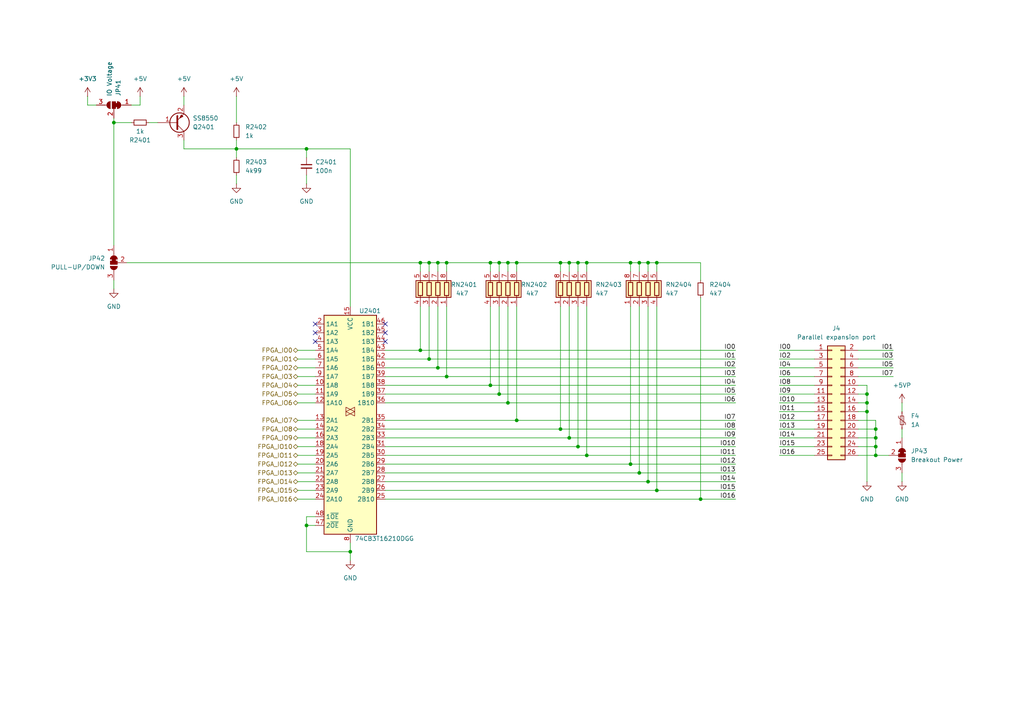
<source format=kicad_sch>
(kicad_sch
	(version 20231120)
	(generator "eeschema")
	(generator_version "8.0")
	(uuid "c9d71091-0a3a-4657-8c3e-445b724537ad")
	(paper "A4")
	(lib_symbols
		(symbol "74xx:74CB3T16210DGG"
			(exclude_from_sim no)
			(in_bom yes)
			(on_board yes)
			(property "Reference" "U"
				(at -7.62 31.75 0)
				(effects
					(font
						(size 1.27 1.27)
					)
				)
			)
			(property "Value" "74CB3T16210DGG"
				(at -8.89 -34.29 0)
				(effects
					(font
						(size 1.27 1.27)
					)
				)
			)
			(property "Footprint" "Package_SO:TSSOP-48_6.1x12.5mm_P0.5mm"
				(at 21.59 -34.29 0)
				(effects
					(font
						(size 1.27 1.27)
					)
					(hide yes)
				)
			)
			(property "Datasheet" "https://www.ti.com/lit/ds/symlink/sn74cb3t16210.pdf"
				(at 0 0 0)
				(effects
					(font
						(size 1.27 1.27)
					)
					(hide yes)
				)
			)
			(property "Description" "20-bit FET bus switch with 10-bit output enables, TSSOP-48"
				(at 0 0 0)
				(effects
					(font
						(size 1.27 1.27)
					)
					(hide yes)
				)
			)
			(property "ki_keywords" "bus transmission gates fet switch bidirectional"
				(at 0 0 0)
				(effects
					(font
						(size 1.27 1.27)
					)
					(hide yes)
				)
			)
			(property "ki_fp_filters" "TSSOP*6.1x12.5mm*P0.5mm*"
				(at 0 0 0)
				(effects
					(font
						(size 1.27 1.27)
					)
					(hide yes)
				)
			)
			(symbol "74CB3T16210DGG_0_1"
				(rectangle
					(start -7.62 30.48)
					(end 7.62 -33.02)
					(stroke
						(width 0.254)
						(type default)
					)
					(fill
						(type background)
					)
				)
			)
			(symbol "74CB3T16210DGG_1_0"
				(polyline
					(pts
						(xy 1.27 2.54) (xy -1.27 3.81) (xy -1.27 1.27) (xy 1.27 2.54)
					)
					(stroke
						(width 0.1524)
						(type default)
					)
					(fill
						(type none)
					)
				)
				(polyline
					(pts
						(xy 1.27 3.81) (xy -1.27 2.54) (xy 1.27 1.27) (xy 1.27 3.81)
					)
					(stroke
						(width 0)
						(type default)
					)
					(fill
						(type none)
					)
				)
				(pin passive line
					(at -10.16 10.16 0)
					(length 2.54)
					(name "1A8"
						(effects
							(font
								(size 1.27 1.27)
							)
						)
					)
					(number "10"
						(effects
							(font
								(size 1.27 1.27)
							)
						)
					)
				)
				(pin passive line
					(at -10.16 7.62 0)
					(length 2.54)
					(name "1A9"
						(effects
							(font
								(size 1.27 1.27)
							)
						)
					)
					(number "11"
						(effects
							(font
								(size 1.27 1.27)
							)
						)
					)
				)
				(pin passive line
					(at -10.16 5.08 0)
					(length 2.54)
					(name "1A10"
						(effects
							(font
								(size 1.27 1.27)
							)
						)
					)
					(number "12"
						(effects
							(font
								(size 1.27 1.27)
							)
						)
					)
				)
				(pin passive line
					(at -10.16 0 0)
					(length 2.54)
					(name "2A1"
						(effects
							(font
								(size 1.27 1.27)
							)
						)
					)
					(number "13"
						(effects
							(font
								(size 1.27 1.27)
							)
						)
					)
				)
				(pin passive line
					(at -10.16 -2.54 0)
					(length 2.54)
					(name "2A2"
						(effects
							(font
								(size 1.27 1.27)
							)
						)
					)
					(number "14"
						(effects
							(font
								(size 1.27 1.27)
							)
						)
					)
				)
				(pin power_in line
					(at 0 33.02 270)
					(length 2.54)
					(name "VCC"
						(effects
							(font
								(size 1.27 1.27)
							)
						)
					)
					(number "15"
						(effects
							(font
								(size 1.27 1.27)
							)
						)
					)
				)
				(pin passive line
					(at -10.16 -5.08 0)
					(length 2.54)
					(name "2A3"
						(effects
							(font
								(size 1.27 1.27)
							)
						)
					)
					(number "16"
						(effects
							(font
								(size 1.27 1.27)
							)
						)
					)
				)
				(pin passive line
					(at 0 -35.56 90)
					(length 2.54) hide
					(name "GND"
						(effects
							(font
								(size 1.27 1.27)
							)
						)
					)
					(number "17"
						(effects
							(font
								(size 1.27 1.27)
							)
						)
					)
				)
				(pin passive line
					(at -10.16 -7.62 0)
					(length 2.54)
					(name "2A4"
						(effects
							(font
								(size 1.27 1.27)
							)
						)
					)
					(number "18"
						(effects
							(font
								(size 1.27 1.27)
							)
						)
					)
				)
				(pin passive line
					(at -10.16 -10.16 0)
					(length 2.54)
					(name "2A5"
						(effects
							(font
								(size 1.27 1.27)
							)
						)
					)
					(number "19"
						(effects
							(font
								(size 1.27 1.27)
							)
						)
					)
				)
				(pin passive line
					(at -10.16 27.94 0)
					(length 2.54)
					(name "1A1"
						(effects
							(font
								(size 1.27 1.27)
							)
						)
					)
					(number "2"
						(effects
							(font
								(size 1.27 1.27)
							)
						)
					)
				)
				(pin passive line
					(at -10.16 -12.7 0)
					(length 2.54)
					(name "2A6"
						(effects
							(font
								(size 1.27 1.27)
							)
						)
					)
					(number "20"
						(effects
							(font
								(size 1.27 1.27)
							)
						)
					)
				)
				(pin passive line
					(at -10.16 -15.24 0)
					(length 2.54)
					(name "2A7"
						(effects
							(font
								(size 1.27 1.27)
							)
						)
					)
					(number "21"
						(effects
							(font
								(size 1.27 1.27)
							)
						)
					)
				)
				(pin passive line
					(at -10.16 -17.78 0)
					(length 2.54)
					(name "2A8"
						(effects
							(font
								(size 1.27 1.27)
							)
						)
					)
					(number "22"
						(effects
							(font
								(size 1.27 1.27)
							)
						)
					)
				)
				(pin passive line
					(at -10.16 -20.32 0)
					(length 2.54)
					(name "2A9"
						(effects
							(font
								(size 1.27 1.27)
							)
						)
					)
					(number "23"
						(effects
							(font
								(size 1.27 1.27)
							)
						)
					)
				)
				(pin passive line
					(at -10.16 -22.86 0)
					(length 2.54)
					(name "2A10"
						(effects
							(font
								(size 1.27 1.27)
							)
						)
					)
					(number "24"
						(effects
							(font
								(size 1.27 1.27)
							)
						)
					)
				)
				(pin passive line
					(at 10.16 -22.86 180)
					(length 2.54)
					(name "2B10"
						(effects
							(font
								(size 1.27 1.27)
							)
						)
					)
					(number "25"
						(effects
							(font
								(size 1.27 1.27)
							)
						)
					)
				)
				(pin passive line
					(at 10.16 -20.32 180)
					(length 2.54)
					(name "2B9"
						(effects
							(font
								(size 1.27 1.27)
							)
						)
					)
					(number "26"
						(effects
							(font
								(size 1.27 1.27)
							)
						)
					)
				)
				(pin passive line
					(at 10.16 -17.78 180)
					(length 2.54)
					(name "2B8"
						(effects
							(font
								(size 1.27 1.27)
							)
						)
					)
					(number "27"
						(effects
							(font
								(size 1.27 1.27)
							)
						)
					)
				)
				(pin passive line
					(at 10.16 -15.24 180)
					(length 2.54)
					(name "2B7"
						(effects
							(font
								(size 1.27 1.27)
							)
						)
					)
					(number "28"
						(effects
							(font
								(size 1.27 1.27)
							)
						)
					)
				)
				(pin passive line
					(at 10.16 -12.7 180)
					(length 2.54)
					(name "2B6"
						(effects
							(font
								(size 1.27 1.27)
							)
						)
					)
					(number "29"
						(effects
							(font
								(size 1.27 1.27)
							)
						)
					)
				)
				(pin passive line
					(at -10.16 25.4 0)
					(length 2.54)
					(name "1A2"
						(effects
							(font
								(size 1.27 1.27)
							)
						)
					)
					(number "3"
						(effects
							(font
								(size 1.27 1.27)
							)
						)
					)
				)
				(pin passive line
					(at 10.16 -10.16 180)
					(length 2.54)
					(name "2B5"
						(effects
							(font
								(size 1.27 1.27)
							)
						)
					)
					(number "30"
						(effects
							(font
								(size 1.27 1.27)
							)
						)
					)
				)
				(pin passive line
					(at 10.16 -7.62 180)
					(length 2.54)
					(name "2B4"
						(effects
							(font
								(size 1.27 1.27)
							)
						)
					)
					(number "31"
						(effects
							(font
								(size 1.27 1.27)
							)
						)
					)
				)
				(pin passive line
					(at 0 -35.56 90)
					(length 2.54) hide
					(name "GND"
						(effects
							(font
								(size 1.27 1.27)
							)
						)
					)
					(number "32"
						(effects
							(font
								(size 1.27 1.27)
							)
						)
					)
				)
				(pin passive line
					(at 10.16 -5.08 180)
					(length 2.54)
					(name "2B3"
						(effects
							(font
								(size 1.27 1.27)
							)
						)
					)
					(number "33"
						(effects
							(font
								(size 1.27 1.27)
							)
						)
					)
				)
				(pin passive line
					(at 10.16 -2.54 180)
					(length 2.54)
					(name "2B2"
						(effects
							(font
								(size 1.27 1.27)
							)
						)
					)
					(number "34"
						(effects
							(font
								(size 1.27 1.27)
							)
						)
					)
				)
				(pin passive line
					(at 10.16 0 180)
					(length 2.54)
					(name "2B1"
						(effects
							(font
								(size 1.27 1.27)
							)
						)
					)
					(number "35"
						(effects
							(font
								(size 1.27 1.27)
							)
						)
					)
				)
				(pin passive line
					(at 10.16 5.08 180)
					(length 2.54)
					(name "1B10"
						(effects
							(font
								(size 1.27 1.27)
							)
						)
					)
					(number "36"
						(effects
							(font
								(size 1.27 1.27)
							)
						)
					)
				)
				(pin passive line
					(at 10.16 7.62 180)
					(length 2.54)
					(name "1B9"
						(effects
							(font
								(size 1.27 1.27)
							)
						)
					)
					(number "37"
						(effects
							(font
								(size 1.27 1.27)
							)
						)
					)
				)
				(pin passive line
					(at 10.16 10.16 180)
					(length 2.54)
					(name "1B8"
						(effects
							(font
								(size 1.27 1.27)
							)
						)
					)
					(number "38"
						(effects
							(font
								(size 1.27 1.27)
							)
						)
					)
				)
				(pin passive line
					(at 10.16 12.7 180)
					(length 2.54)
					(name "1B7"
						(effects
							(font
								(size 1.27 1.27)
							)
						)
					)
					(number "39"
						(effects
							(font
								(size 1.27 1.27)
							)
						)
					)
				)
				(pin passive line
					(at -10.16 22.86 0)
					(length 2.54)
					(name "1A3"
						(effects
							(font
								(size 1.27 1.27)
							)
						)
					)
					(number "4"
						(effects
							(font
								(size 1.27 1.27)
							)
						)
					)
				)
				(pin passive line
					(at 10.16 15.24 180)
					(length 2.54)
					(name "1B6"
						(effects
							(font
								(size 1.27 1.27)
							)
						)
					)
					(number "40"
						(effects
							(font
								(size 1.27 1.27)
							)
						)
					)
				)
				(pin passive line
					(at 0 -35.56 90)
					(length 2.54) hide
					(name "GND"
						(effects
							(font
								(size 1.27 1.27)
							)
						)
					)
					(number "41"
						(effects
							(font
								(size 1.27 1.27)
							)
						)
					)
				)
				(pin passive line
					(at 10.16 17.78 180)
					(length 2.54)
					(name "1B5"
						(effects
							(font
								(size 1.27 1.27)
							)
						)
					)
					(number "42"
						(effects
							(font
								(size 1.27 1.27)
							)
						)
					)
				)
				(pin passive line
					(at 10.16 20.32 180)
					(length 2.54)
					(name "1B4"
						(effects
							(font
								(size 1.27 1.27)
							)
						)
					)
					(number "43"
						(effects
							(font
								(size 1.27 1.27)
							)
						)
					)
				)
				(pin passive line
					(at 10.16 22.86 180)
					(length 2.54)
					(name "1B3"
						(effects
							(font
								(size 1.27 1.27)
							)
						)
					)
					(number "44"
						(effects
							(font
								(size 1.27 1.27)
							)
						)
					)
				)
				(pin passive line
					(at 10.16 25.4 180)
					(length 2.54)
					(name "1B2"
						(effects
							(font
								(size 1.27 1.27)
							)
						)
					)
					(number "45"
						(effects
							(font
								(size 1.27 1.27)
							)
						)
					)
				)
				(pin passive line
					(at 10.16 27.94 180)
					(length 2.54)
					(name "1B1"
						(effects
							(font
								(size 1.27 1.27)
							)
						)
					)
					(number "46"
						(effects
							(font
								(size 1.27 1.27)
							)
						)
					)
				)
				(pin input line
					(at -10.16 -30.48 0)
					(length 2.54)
					(name "2~{OE}"
						(effects
							(font
								(size 1.27 1.27)
							)
						)
					)
					(number "47"
						(effects
							(font
								(size 1.27 1.27)
							)
						)
					)
				)
				(pin input line
					(at -10.16 -27.94 0)
					(length 2.54)
					(name "1~{OE}"
						(effects
							(font
								(size 1.27 1.27)
							)
						)
					)
					(number "48"
						(effects
							(font
								(size 1.27 1.27)
							)
						)
					)
				)
				(pin passive line
					(at -10.16 20.32 0)
					(length 2.54)
					(name "1A4"
						(effects
							(font
								(size 1.27 1.27)
							)
						)
					)
					(number "5"
						(effects
							(font
								(size 1.27 1.27)
							)
						)
					)
				)
				(pin passive line
					(at -10.16 17.78 0)
					(length 2.54)
					(name "1A5"
						(effects
							(font
								(size 1.27 1.27)
							)
						)
					)
					(number "6"
						(effects
							(font
								(size 1.27 1.27)
							)
						)
					)
				)
				(pin passive line
					(at -10.16 15.24 0)
					(length 2.54)
					(name "1A6"
						(effects
							(font
								(size 1.27 1.27)
							)
						)
					)
					(number "7"
						(effects
							(font
								(size 1.27 1.27)
							)
						)
					)
				)
				(pin power_in line
					(at 0 -35.56 90)
					(length 2.54)
					(name "GND"
						(effects
							(font
								(size 1.27 1.27)
							)
						)
					)
					(number "8"
						(effects
							(font
								(size 1.27 1.27)
							)
						)
					)
				)
				(pin passive line
					(at -10.16 12.7 0)
					(length 2.54)
					(name "1A7"
						(effects
							(font
								(size 1.27 1.27)
							)
						)
					)
					(number "9"
						(effects
							(font
								(size 1.27 1.27)
							)
						)
					)
				)
			)
			(symbol "74CB3T16210DGG_1_1"
				(pin no_connect line
					(at 7.62 -30.48 180)
					(length 2.54) hide
					(name "NC"
						(effects
							(font
								(size 1.27 1.27)
							)
						)
					)
					(number "1"
						(effects
							(font
								(size 1.27 1.27)
							)
						)
					)
				)
			)
		)
		(symbol "Connector_Generic:Conn_02x13_Odd_Even"
			(pin_names
				(offset 1.016) hide)
			(exclude_from_sim no)
			(in_bom yes)
			(on_board yes)
			(property "Reference" "J"
				(at 1.27 17.78 0)
				(effects
					(font
						(size 1.27 1.27)
					)
				)
			)
			(property "Value" "Conn_02x13_Odd_Even"
				(at 1.27 -17.78 0)
				(effects
					(font
						(size 1.27 1.27)
					)
				)
			)
			(property "Footprint" ""
				(at 0 0 0)
				(effects
					(font
						(size 1.27 1.27)
					)
					(hide yes)
				)
			)
			(property "Datasheet" "~"
				(at 0 0 0)
				(effects
					(font
						(size 1.27 1.27)
					)
					(hide yes)
				)
			)
			(property "Description" "Generic connector, double row, 02x13, odd/even pin numbering scheme (row 1 odd numbers, row 2 even numbers), script generated (kicad-library-utils/schlib/autogen/connector/)"
				(at 0 0 0)
				(effects
					(font
						(size 1.27 1.27)
					)
					(hide yes)
				)
			)
			(property "ki_keywords" "connector"
				(at 0 0 0)
				(effects
					(font
						(size 1.27 1.27)
					)
					(hide yes)
				)
			)
			(property "ki_fp_filters" "Connector*:*_2x??_*"
				(at 0 0 0)
				(effects
					(font
						(size 1.27 1.27)
					)
					(hide yes)
				)
			)
			(symbol "Conn_02x13_Odd_Even_1_1"
				(rectangle
					(start -1.27 -15.113)
					(end 0 -15.367)
					(stroke
						(width 0.1524)
						(type default)
					)
					(fill
						(type none)
					)
				)
				(rectangle
					(start -1.27 -12.573)
					(end 0 -12.827)
					(stroke
						(width 0.1524)
						(type default)
					)
					(fill
						(type none)
					)
				)
				(rectangle
					(start -1.27 -10.033)
					(end 0 -10.287)
					(stroke
						(width 0.1524)
						(type default)
					)
					(fill
						(type none)
					)
				)
				(rectangle
					(start -1.27 -7.493)
					(end 0 -7.747)
					(stroke
						(width 0.1524)
						(type default)
					)
					(fill
						(type none)
					)
				)
				(rectangle
					(start -1.27 -4.953)
					(end 0 -5.207)
					(stroke
						(width 0.1524)
						(type default)
					)
					(fill
						(type none)
					)
				)
				(rectangle
					(start -1.27 -2.413)
					(end 0 -2.667)
					(stroke
						(width 0.1524)
						(type default)
					)
					(fill
						(type none)
					)
				)
				(rectangle
					(start -1.27 0.127)
					(end 0 -0.127)
					(stroke
						(width 0.1524)
						(type default)
					)
					(fill
						(type none)
					)
				)
				(rectangle
					(start -1.27 2.667)
					(end 0 2.413)
					(stroke
						(width 0.1524)
						(type default)
					)
					(fill
						(type none)
					)
				)
				(rectangle
					(start -1.27 5.207)
					(end 0 4.953)
					(stroke
						(width 0.1524)
						(type default)
					)
					(fill
						(type none)
					)
				)
				(rectangle
					(start -1.27 7.747)
					(end 0 7.493)
					(stroke
						(width 0.1524)
						(type default)
					)
					(fill
						(type none)
					)
				)
				(rectangle
					(start -1.27 10.287)
					(end 0 10.033)
					(stroke
						(width 0.1524)
						(type default)
					)
					(fill
						(type none)
					)
				)
				(rectangle
					(start -1.27 12.827)
					(end 0 12.573)
					(stroke
						(width 0.1524)
						(type default)
					)
					(fill
						(type none)
					)
				)
				(rectangle
					(start -1.27 15.367)
					(end 0 15.113)
					(stroke
						(width 0.1524)
						(type default)
					)
					(fill
						(type none)
					)
				)
				(rectangle
					(start -1.27 16.51)
					(end 3.81 -16.51)
					(stroke
						(width 0.254)
						(type default)
					)
					(fill
						(type background)
					)
				)
				(rectangle
					(start 3.81 -15.113)
					(end 2.54 -15.367)
					(stroke
						(width 0.1524)
						(type default)
					)
					(fill
						(type none)
					)
				)
				(rectangle
					(start 3.81 -12.573)
					(end 2.54 -12.827)
					(stroke
						(width 0.1524)
						(type default)
					)
					(fill
						(type none)
					)
				)
				(rectangle
					(start 3.81 -10.033)
					(end 2.54 -10.287)
					(stroke
						(width 0.1524)
						(type default)
					)
					(fill
						(type none)
					)
				)
				(rectangle
					(start 3.81 -7.493)
					(end 2.54 -7.747)
					(stroke
						(width 0.1524)
						(type default)
					)
					(fill
						(type none)
					)
				)
				(rectangle
					(start 3.81 -4.953)
					(end 2.54 -5.207)
					(stroke
						(width 0.1524)
						(type default)
					)
					(fill
						(type none)
					)
				)
				(rectangle
					(start 3.81 -2.413)
					(end 2.54 -2.667)
					(stroke
						(width 0.1524)
						(type default)
					)
					(fill
						(type none)
					)
				)
				(rectangle
					(start 3.81 0.127)
					(end 2.54 -0.127)
					(stroke
						(width 0.1524)
						(type default)
					)
					(fill
						(type none)
					)
				)
				(rectangle
					(start 3.81 2.667)
					(end 2.54 2.413)
					(stroke
						(width 0.1524)
						(type default)
					)
					(fill
						(type none)
					)
				)
				(rectangle
					(start 3.81 5.207)
					(end 2.54 4.953)
					(stroke
						(width 0.1524)
						(type default)
					)
					(fill
						(type none)
					)
				)
				(rectangle
					(start 3.81 7.747)
					(end 2.54 7.493)
					(stroke
						(width 0.1524)
						(type default)
					)
					(fill
						(type none)
					)
				)
				(rectangle
					(start 3.81 10.287)
					(end 2.54 10.033)
					(stroke
						(width 0.1524)
						(type default)
					)
					(fill
						(type none)
					)
				)
				(rectangle
					(start 3.81 12.827)
					(end 2.54 12.573)
					(stroke
						(width 0.1524)
						(type default)
					)
					(fill
						(type none)
					)
				)
				(rectangle
					(start 3.81 15.367)
					(end 2.54 15.113)
					(stroke
						(width 0.1524)
						(type default)
					)
					(fill
						(type none)
					)
				)
				(pin passive line
					(at -5.08 15.24 0)
					(length 3.81)
					(name "Pin_1"
						(effects
							(font
								(size 1.27 1.27)
							)
						)
					)
					(number "1"
						(effects
							(font
								(size 1.27 1.27)
							)
						)
					)
				)
				(pin passive line
					(at 7.62 5.08 180)
					(length 3.81)
					(name "Pin_10"
						(effects
							(font
								(size 1.27 1.27)
							)
						)
					)
					(number "10"
						(effects
							(font
								(size 1.27 1.27)
							)
						)
					)
				)
				(pin passive line
					(at -5.08 2.54 0)
					(length 3.81)
					(name "Pin_11"
						(effects
							(font
								(size 1.27 1.27)
							)
						)
					)
					(number "11"
						(effects
							(font
								(size 1.27 1.27)
							)
						)
					)
				)
				(pin passive line
					(at 7.62 2.54 180)
					(length 3.81)
					(name "Pin_12"
						(effects
							(font
								(size 1.27 1.27)
							)
						)
					)
					(number "12"
						(effects
							(font
								(size 1.27 1.27)
							)
						)
					)
				)
				(pin passive line
					(at -5.08 0 0)
					(length 3.81)
					(name "Pin_13"
						(effects
							(font
								(size 1.27 1.27)
							)
						)
					)
					(number "13"
						(effects
							(font
								(size 1.27 1.27)
							)
						)
					)
				)
				(pin passive line
					(at 7.62 0 180)
					(length 3.81)
					(name "Pin_14"
						(effects
							(font
								(size 1.27 1.27)
							)
						)
					)
					(number "14"
						(effects
							(font
								(size 1.27 1.27)
							)
						)
					)
				)
				(pin passive line
					(at -5.08 -2.54 0)
					(length 3.81)
					(name "Pin_15"
						(effects
							(font
								(size 1.27 1.27)
							)
						)
					)
					(number "15"
						(effects
							(font
								(size 1.27 1.27)
							)
						)
					)
				)
				(pin passive line
					(at 7.62 -2.54 180)
					(length 3.81)
					(name "Pin_16"
						(effects
							(font
								(size 1.27 1.27)
							)
						)
					)
					(number "16"
						(effects
							(font
								(size 1.27 1.27)
							)
						)
					)
				)
				(pin passive line
					(at -5.08 -5.08 0)
					(length 3.81)
					(name "Pin_17"
						(effects
							(font
								(size 1.27 1.27)
							)
						)
					)
					(number "17"
						(effects
							(font
								(size 1.27 1.27)
							)
						)
					)
				)
				(pin passive line
					(at 7.62 -5.08 180)
					(length 3.81)
					(name "Pin_18"
						(effects
							(font
								(size 1.27 1.27)
							)
						)
					)
					(number "18"
						(effects
							(font
								(size 1.27 1.27)
							)
						)
					)
				)
				(pin passive line
					(at -5.08 -7.62 0)
					(length 3.81)
					(name "Pin_19"
						(effects
							(font
								(size 1.27 1.27)
							)
						)
					)
					(number "19"
						(effects
							(font
								(size 1.27 1.27)
							)
						)
					)
				)
				(pin passive line
					(at 7.62 15.24 180)
					(length 3.81)
					(name "Pin_2"
						(effects
							(font
								(size 1.27 1.27)
							)
						)
					)
					(number "2"
						(effects
							(font
								(size 1.27 1.27)
							)
						)
					)
				)
				(pin passive line
					(at 7.62 -7.62 180)
					(length 3.81)
					(name "Pin_20"
						(effects
							(font
								(size 1.27 1.27)
							)
						)
					)
					(number "20"
						(effects
							(font
								(size 1.27 1.27)
							)
						)
					)
				)
				(pin passive line
					(at -5.08 -10.16 0)
					(length 3.81)
					(name "Pin_21"
						(effects
							(font
								(size 1.27 1.27)
							)
						)
					)
					(number "21"
						(effects
							(font
								(size 1.27 1.27)
							)
						)
					)
				)
				(pin passive line
					(at 7.62 -10.16 180)
					(length 3.81)
					(name "Pin_22"
						(effects
							(font
								(size 1.27 1.27)
							)
						)
					)
					(number "22"
						(effects
							(font
								(size 1.27 1.27)
							)
						)
					)
				)
				(pin passive line
					(at -5.08 -12.7 0)
					(length 3.81)
					(name "Pin_23"
						(effects
							(font
								(size 1.27 1.27)
							)
						)
					)
					(number "23"
						(effects
							(font
								(size 1.27 1.27)
							)
						)
					)
				)
				(pin passive line
					(at 7.62 -12.7 180)
					(length 3.81)
					(name "Pin_24"
						(effects
							(font
								(size 1.27 1.27)
							)
						)
					)
					(number "24"
						(effects
							(font
								(size 1.27 1.27)
							)
						)
					)
				)
				(pin passive line
					(at -5.08 -15.24 0)
					(length 3.81)
					(name "Pin_25"
						(effects
							(font
								(size 1.27 1.27)
							)
						)
					)
					(number "25"
						(effects
							(font
								(size 1.27 1.27)
							)
						)
					)
				)
				(pin passive line
					(at 7.62 -15.24 180)
					(length 3.81)
					(name "Pin_26"
						(effects
							(font
								(size 1.27 1.27)
							)
						)
					)
					(number "26"
						(effects
							(font
								(size 1.27 1.27)
							)
						)
					)
				)
				(pin passive line
					(at -5.08 12.7 0)
					(length 3.81)
					(name "Pin_3"
						(effects
							(font
								(size 1.27 1.27)
							)
						)
					)
					(number "3"
						(effects
							(font
								(size 1.27 1.27)
							)
						)
					)
				)
				(pin passive line
					(at 7.62 12.7 180)
					(length 3.81)
					(name "Pin_4"
						(effects
							(font
								(size 1.27 1.27)
							)
						)
					)
					(number "4"
						(effects
							(font
								(size 1.27 1.27)
							)
						)
					)
				)
				(pin passive line
					(at -5.08 10.16 0)
					(length 3.81)
					(name "Pin_5"
						(effects
							(font
								(size 1.27 1.27)
							)
						)
					)
					(number "5"
						(effects
							(font
								(size 1.27 1.27)
							)
						)
					)
				)
				(pin passive line
					(at 7.62 10.16 180)
					(length 3.81)
					(name "Pin_6"
						(effects
							(font
								(size 1.27 1.27)
							)
						)
					)
					(number "6"
						(effects
							(font
								(size 1.27 1.27)
							)
						)
					)
				)
				(pin passive line
					(at -5.08 7.62 0)
					(length 3.81)
					(name "Pin_7"
						(effects
							(font
								(size 1.27 1.27)
							)
						)
					)
					(number "7"
						(effects
							(font
								(size 1.27 1.27)
							)
						)
					)
				)
				(pin passive line
					(at 7.62 7.62 180)
					(length 3.81)
					(name "Pin_8"
						(effects
							(font
								(size 1.27 1.27)
							)
						)
					)
					(number "8"
						(effects
							(font
								(size 1.27 1.27)
							)
						)
					)
				)
				(pin passive line
					(at -5.08 5.08 0)
					(length 3.81)
					(name "Pin_9"
						(effects
							(font
								(size 1.27 1.27)
							)
						)
					)
					(number "9"
						(effects
							(font
								(size 1.27 1.27)
							)
						)
					)
				)
			)
		)
		(symbol "Device:C_Small"
			(pin_numbers hide)
			(pin_names
				(offset 0.254) hide)
			(exclude_from_sim no)
			(in_bom yes)
			(on_board yes)
			(property "Reference" "C"
				(at 0.254 1.778 0)
				(effects
					(font
						(size 1.27 1.27)
					)
					(justify left)
				)
			)
			(property "Value" "C_Small"
				(at 0.254 -2.032 0)
				(effects
					(font
						(size 1.27 1.27)
					)
					(justify left)
				)
			)
			(property "Footprint" ""
				(at 0 0 0)
				(effects
					(font
						(size 1.27 1.27)
					)
					(hide yes)
				)
			)
			(property "Datasheet" "~"
				(at 0 0 0)
				(effects
					(font
						(size 1.27 1.27)
					)
					(hide yes)
				)
			)
			(property "Description" "Unpolarized capacitor, small symbol"
				(at 0 0 0)
				(effects
					(font
						(size 1.27 1.27)
					)
					(hide yes)
				)
			)
			(property "ki_keywords" "capacitor cap"
				(at 0 0 0)
				(effects
					(font
						(size 1.27 1.27)
					)
					(hide yes)
				)
			)
			(property "ki_fp_filters" "C_*"
				(at 0 0 0)
				(effects
					(font
						(size 1.27 1.27)
					)
					(hide yes)
				)
			)
			(symbol "C_Small_0_1"
				(polyline
					(pts
						(xy -1.524 -0.508) (xy 1.524 -0.508)
					)
					(stroke
						(width 0.3302)
						(type default)
					)
					(fill
						(type none)
					)
				)
				(polyline
					(pts
						(xy -1.524 0.508) (xy 1.524 0.508)
					)
					(stroke
						(width 0.3048)
						(type default)
					)
					(fill
						(type none)
					)
				)
			)
			(symbol "C_Small_1_1"
				(pin passive line
					(at 0 2.54 270)
					(length 2.032)
					(name "~"
						(effects
							(font
								(size 1.27 1.27)
							)
						)
					)
					(number "1"
						(effects
							(font
								(size 1.27 1.27)
							)
						)
					)
				)
				(pin passive line
					(at 0 -2.54 90)
					(length 2.032)
					(name "~"
						(effects
							(font
								(size 1.27 1.27)
							)
						)
					)
					(number "2"
						(effects
							(font
								(size 1.27 1.27)
							)
						)
					)
				)
			)
		)
		(symbol "Device:Polyfuse_Small"
			(pin_numbers hide)
			(pin_names
				(offset 0)
			)
			(exclude_from_sim no)
			(in_bom yes)
			(on_board yes)
			(property "Reference" "F"
				(at -1.905 0 90)
				(effects
					(font
						(size 1.27 1.27)
					)
				)
			)
			(property "Value" "Polyfuse_Small"
				(at 1.905 0 90)
				(effects
					(font
						(size 1.27 1.27)
					)
				)
			)
			(property "Footprint" ""
				(at 1.27 -5.08 0)
				(effects
					(font
						(size 1.27 1.27)
					)
					(justify left)
					(hide yes)
				)
			)
			(property "Datasheet" "~"
				(at 0 0 0)
				(effects
					(font
						(size 1.27 1.27)
					)
					(hide yes)
				)
			)
			(property "Description" "Resettable fuse, polymeric positive temperature coefficient, small symbol"
				(at 0 0 0)
				(effects
					(font
						(size 1.27 1.27)
					)
					(hide yes)
				)
			)
			(property "ki_keywords" "resettable fuse PTC PPTC polyfuse polyswitch"
				(at 0 0 0)
				(effects
					(font
						(size 1.27 1.27)
					)
					(hide yes)
				)
			)
			(property "ki_fp_filters" "*polyfuse* *PTC*"
				(at 0 0 0)
				(effects
					(font
						(size 1.27 1.27)
					)
					(hide yes)
				)
			)
			(symbol "Polyfuse_Small_0_1"
				(rectangle
					(start -0.508 1.27)
					(end 0.508 -1.27)
					(stroke
						(width 0)
						(type default)
					)
					(fill
						(type none)
					)
				)
				(polyline
					(pts
						(xy 0 2.54) (xy 0 -2.54)
					)
					(stroke
						(width 0)
						(type default)
					)
					(fill
						(type none)
					)
				)
				(polyline
					(pts
						(xy -1.016 1.27) (xy -1.016 0.762) (xy 1.016 -0.762) (xy 1.016 -1.27)
					)
					(stroke
						(width 0)
						(type default)
					)
					(fill
						(type none)
					)
				)
			)
			(symbol "Polyfuse_Small_1_1"
				(pin passive line
					(at 0 2.54 270)
					(length 0.635)
					(name "~"
						(effects
							(font
								(size 1.27 1.27)
							)
						)
					)
					(number "1"
						(effects
							(font
								(size 1.27 1.27)
							)
						)
					)
				)
				(pin passive line
					(at 0 -2.54 90)
					(length 0.635)
					(name "~"
						(effects
							(font
								(size 1.27 1.27)
							)
						)
					)
					(number "2"
						(effects
							(font
								(size 1.27 1.27)
							)
						)
					)
				)
			)
		)
		(symbol "Device:Q_PNP_BEC"
			(pin_names
				(offset 0) hide)
			(exclude_from_sim no)
			(in_bom yes)
			(on_board yes)
			(property "Reference" "Q"
				(at 5.08 1.27 0)
				(effects
					(font
						(size 1.27 1.27)
					)
					(justify left)
				)
			)
			(property "Value" "Q_PNP_BEC"
				(at 5.08 -1.27 0)
				(effects
					(font
						(size 1.27 1.27)
					)
					(justify left)
				)
			)
			(property "Footprint" ""
				(at 5.08 2.54 0)
				(effects
					(font
						(size 1.27 1.27)
					)
					(hide yes)
				)
			)
			(property "Datasheet" "~"
				(at 0 0 0)
				(effects
					(font
						(size 1.27 1.27)
					)
					(hide yes)
				)
			)
			(property "Description" "PNP transistor, base/emitter/collector"
				(at 0 0 0)
				(effects
					(font
						(size 1.27 1.27)
					)
					(hide yes)
				)
			)
			(property "ki_keywords" "transistor PNP"
				(at 0 0 0)
				(effects
					(font
						(size 1.27 1.27)
					)
					(hide yes)
				)
			)
			(symbol "Q_PNP_BEC_0_1"
				(polyline
					(pts
						(xy 0.635 0.635) (xy 2.54 2.54)
					)
					(stroke
						(width 0)
						(type default)
					)
					(fill
						(type none)
					)
				)
				(polyline
					(pts
						(xy 0.635 -0.635) (xy 2.54 -2.54) (xy 2.54 -2.54)
					)
					(stroke
						(width 0)
						(type default)
					)
					(fill
						(type none)
					)
				)
				(polyline
					(pts
						(xy 0.635 1.905) (xy 0.635 -1.905) (xy 0.635 -1.905)
					)
					(stroke
						(width 0.508)
						(type default)
					)
					(fill
						(type none)
					)
				)
				(polyline
					(pts
						(xy 2.286 -1.778) (xy 1.778 -2.286) (xy 1.27 -1.27) (xy 2.286 -1.778) (xy 2.286 -1.778)
					)
					(stroke
						(width 0)
						(type default)
					)
					(fill
						(type outline)
					)
				)
				(circle
					(center 1.27 0)
					(radius 2.8194)
					(stroke
						(width 0.254)
						(type default)
					)
					(fill
						(type none)
					)
				)
			)
			(symbol "Q_PNP_BEC_1_1"
				(pin input line
					(at -5.08 0 0)
					(length 5.715)
					(name "B"
						(effects
							(font
								(size 1.27 1.27)
							)
						)
					)
					(number "1"
						(effects
							(font
								(size 1.27 1.27)
							)
						)
					)
				)
				(pin passive line
					(at 2.54 -5.08 90)
					(length 2.54)
					(name "E"
						(effects
							(font
								(size 1.27 1.27)
							)
						)
					)
					(number "2"
						(effects
							(font
								(size 1.27 1.27)
							)
						)
					)
				)
				(pin passive line
					(at 2.54 5.08 270)
					(length 2.54)
					(name "C"
						(effects
							(font
								(size 1.27 1.27)
							)
						)
					)
					(number "3"
						(effects
							(font
								(size 1.27 1.27)
							)
						)
					)
				)
			)
		)
		(symbol "Device:R_Pack04"
			(pin_names
				(offset 0) hide)
			(exclude_from_sim no)
			(in_bom yes)
			(on_board yes)
			(property "Reference" "RN"
				(at -7.62 0 90)
				(effects
					(font
						(size 1.27 1.27)
					)
				)
			)
			(property "Value" "R_Pack04"
				(at 5.08 0 90)
				(effects
					(font
						(size 1.27 1.27)
					)
				)
			)
			(property "Footprint" ""
				(at 6.985 0 90)
				(effects
					(font
						(size 1.27 1.27)
					)
					(hide yes)
				)
			)
			(property "Datasheet" "~"
				(at 0 0 0)
				(effects
					(font
						(size 1.27 1.27)
					)
					(hide yes)
				)
			)
			(property "Description" "4 resistor network, parallel topology"
				(at 0 0 0)
				(effects
					(font
						(size 1.27 1.27)
					)
					(hide yes)
				)
			)
			(property "ki_keywords" "R network parallel topology isolated"
				(at 0 0 0)
				(effects
					(font
						(size 1.27 1.27)
					)
					(hide yes)
				)
			)
			(property "ki_fp_filters" "DIP* SOIC* R*Array*Concave* R*Array*Convex* MSOP*"
				(at 0 0 0)
				(effects
					(font
						(size 1.27 1.27)
					)
					(hide yes)
				)
			)
			(symbol "R_Pack04_0_1"
				(rectangle
					(start -6.35 -2.413)
					(end 3.81 2.413)
					(stroke
						(width 0.254)
						(type default)
					)
					(fill
						(type background)
					)
				)
				(rectangle
					(start -5.715 1.905)
					(end -4.445 -1.905)
					(stroke
						(width 0.254)
						(type default)
					)
					(fill
						(type none)
					)
				)
				(rectangle
					(start -3.175 1.905)
					(end -1.905 -1.905)
					(stroke
						(width 0.254)
						(type default)
					)
					(fill
						(type none)
					)
				)
				(rectangle
					(start -0.635 1.905)
					(end 0.635 -1.905)
					(stroke
						(width 0.254)
						(type default)
					)
					(fill
						(type none)
					)
				)
				(polyline
					(pts
						(xy -5.08 -2.54) (xy -5.08 -1.905)
					)
					(stroke
						(width 0)
						(type default)
					)
					(fill
						(type none)
					)
				)
				(polyline
					(pts
						(xy -5.08 1.905) (xy -5.08 2.54)
					)
					(stroke
						(width 0)
						(type default)
					)
					(fill
						(type none)
					)
				)
				(polyline
					(pts
						(xy -2.54 -2.54) (xy -2.54 -1.905)
					)
					(stroke
						(width 0)
						(type default)
					)
					(fill
						(type none)
					)
				)
				(polyline
					(pts
						(xy -2.54 1.905) (xy -2.54 2.54)
					)
					(stroke
						(width 0)
						(type default)
					)
					(fill
						(type none)
					)
				)
				(polyline
					(pts
						(xy 0 -2.54) (xy 0 -1.905)
					)
					(stroke
						(width 0)
						(type default)
					)
					(fill
						(type none)
					)
				)
				(polyline
					(pts
						(xy 0 1.905) (xy 0 2.54)
					)
					(stroke
						(width 0)
						(type default)
					)
					(fill
						(type none)
					)
				)
				(polyline
					(pts
						(xy 2.54 -2.54) (xy 2.54 -1.905)
					)
					(stroke
						(width 0)
						(type default)
					)
					(fill
						(type none)
					)
				)
				(polyline
					(pts
						(xy 2.54 1.905) (xy 2.54 2.54)
					)
					(stroke
						(width 0)
						(type default)
					)
					(fill
						(type none)
					)
				)
				(rectangle
					(start 1.905 1.905)
					(end 3.175 -1.905)
					(stroke
						(width 0.254)
						(type default)
					)
					(fill
						(type none)
					)
				)
			)
			(symbol "R_Pack04_1_1"
				(pin passive line
					(at -5.08 -5.08 90)
					(length 2.54)
					(name "R1.1"
						(effects
							(font
								(size 1.27 1.27)
							)
						)
					)
					(number "1"
						(effects
							(font
								(size 1.27 1.27)
							)
						)
					)
				)
				(pin passive line
					(at -2.54 -5.08 90)
					(length 2.54)
					(name "R2.1"
						(effects
							(font
								(size 1.27 1.27)
							)
						)
					)
					(number "2"
						(effects
							(font
								(size 1.27 1.27)
							)
						)
					)
				)
				(pin passive line
					(at 0 -5.08 90)
					(length 2.54)
					(name "R3.1"
						(effects
							(font
								(size 1.27 1.27)
							)
						)
					)
					(number "3"
						(effects
							(font
								(size 1.27 1.27)
							)
						)
					)
				)
				(pin passive line
					(at 2.54 -5.08 90)
					(length 2.54)
					(name "R4.1"
						(effects
							(font
								(size 1.27 1.27)
							)
						)
					)
					(number "4"
						(effects
							(font
								(size 1.27 1.27)
							)
						)
					)
				)
				(pin passive line
					(at 2.54 5.08 270)
					(length 2.54)
					(name "R4.2"
						(effects
							(font
								(size 1.27 1.27)
							)
						)
					)
					(number "5"
						(effects
							(font
								(size 1.27 1.27)
							)
						)
					)
				)
				(pin passive line
					(at 0 5.08 270)
					(length 2.54)
					(name "R3.2"
						(effects
							(font
								(size 1.27 1.27)
							)
						)
					)
					(number "6"
						(effects
							(font
								(size 1.27 1.27)
							)
						)
					)
				)
				(pin passive line
					(at -2.54 5.08 270)
					(length 2.54)
					(name "R2.2"
						(effects
							(font
								(size 1.27 1.27)
							)
						)
					)
					(number "7"
						(effects
							(font
								(size 1.27 1.27)
							)
						)
					)
				)
				(pin passive line
					(at -5.08 5.08 270)
					(length 2.54)
					(name "R1.2"
						(effects
							(font
								(size 1.27 1.27)
							)
						)
					)
					(number "8"
						(effects
							(font
								(size 1.27 1.27)
							)
						)
					)
				)
			)
		)
		(symbol "Device:R_Small"
			(pin_numbers hide)
			(pin_names
				(offset 0.254) hide)
			(exclude_from_sim no)
			(in_bom yes)
			(on_board yes)
			(property "Reference" "R"
				(at 0.762 0.508 0)
				(effects
					(font
						(size 1.27 1.27)
					)
					(justify left)
				)
			)
			(property "Value" "R_Small"
				(at 0.762 -1.016 0)
				(effects
					(font
						(size 1.27 1.27)
					)
					(justify left)
				)
			)
			(property "Footprint" ""
				(at 0 0 0)
				(effects
					(font
						(size 1.27 1.27)
					)
					(hide yes)
				)
			)
			(property "Datasheet" "~"
				(at 0 0 0)
				(effects
					(font
						(size 1.27 1.27)
					)
					(hide yes)
				)
			)
			(property "Description" "Resistor, small symbol"
				(at 0 0 0)
				(effects
					(font
						(size 1.27 1.27)
					)
					(hide yes)
				)
			)
			(property "ki_keywords" "R resistor"
				(at 0 0 0)
				(effects
					(font
						(size 1.27 1.27)
					)
					(hide yes)
				)
			)
			(property "ki_fp_filters" "R_*"
				(at 0 0 0)
				(effects
					(font
						(size 1.27 1.27)
					)
					(hide yes)
				)
			)
			(symbol "R_Small_0_1"
				(rectangle
					(start -0.762 1.778)
					(end 0.762 -1.778)
					(stroke
						(width 0.2032)
						(type default)
					)
					(fill
						(type none)
					)
				)
			)
			(symbol "R_Small_1_1"
				(pin passive line
					(at 0 2.54 270)
					(length 0.762)
					(name "~"
						(effects
							(font
								(size 1.27 1.27)
							)
						)
					)
					(number "1"
						(effects
							(font
								(size 1.27 1.27)
							)
						)
					)
				)
				(pin passive line
					(at 0 -2.54 90)
					(length 0.762)
					(name "~"
						(effects
							(font
								(size 1.27 1.27)
							)
						)
					)
					(number "2"
						(effects
							(font
								(size 1.27 1.27)
							)
						)
					)
				)
			)
		)
		(symbol "Jumper:SolderJumper_3_Bridged12"
			(pin_names
				(offset 0) hide)
			(exclude_from_sim yes)
			(in_bom no)
			(on_board yes)
			(property "Reference" "JP"
				(at -2.54 -2.54 0)
				(effects
					(font
						(size 1.27 1.27)
					)
				)
			)
			(property "Value" "SolderJumper_3_Bridged12"
				(at 0 2.794 0)
				(effects
					(font
						(size 1.27 1.27)
					)
				)
			)
			(property "Footprint" ""
				(at 0 0 0)
				(effects
					(font
						(size 1.27 1.27)
					)
					(hide yes)
				)
			)
			(property "Datasheet" "~"
				(at 0 0 0)
				(effects
					(font
						(size 1.27 1.27)
					)
					(hide yes)
				)
			)
			(property "Description" "3-pole Solder Jumper, pins 1+2 closed/bridged"
				(at 0 0 0)
				(effects
					(font
						(size 1.27 1.27)
					)
					(hide yes)
				)
			)
			(property "ki_keywords" "Solder Jumper SPDT"
				(at 0 0 0)
				(effects
					(font
						(size 1.27 1.27)
					)
					(hide yes)
				)
			)
			(property "ki_fp_filters" "SolderJumper*Bridged12*"
				(at 0 0 0)
				(effects
					(font
						(size 1.27 1.27)
					)
					(hide yes)
				)
			)
			(symbol "SolderJumper_3_Bridged12_0_1"
				(rectangle
					(start -1.016 0.508)
					(end -0.508 -0.508)
					(stroke
						(width 0)
						(type default)
					)
					(fill
						(type outline)
					)
				)
				(arc
					(start -1.016 1.016)
					(mid -2.0276 0)
					(end -1.016 -1.016)
					(stroke
						(width 0)
						(type default)
					)
					(fill
						(type none)
					)
				)
				(arc
					(start -1.016 1.016)
					(mid -2.0276 0)
					(end -1.016 -1.016)
					(stroke
						(width 0)
						(type default)
					)
					(fill
						(type outline)
					)
				)
				(rectangle
					(start -0.508 1.016)
					(end 0.508 -1.016)
					(stroke
						(width 0)
						(type default)
					)
					(fill
						(type outline)
					)
				)
				(polyline
					(pts
						(xy -2.54 0) (xy -2.032 0)
					)
					(stroke
						(width 0)
						(type default)
					)
					(fill
						(type none)
					)
				)
				(polyline
					(pts
						(xy -1.016 1.016) (xy -1.016 -1.016)
					)
					(stroke
						(width 0)
						(type default)
					)
					(fill
						(type none)
					)
				)
				(polyline
					(pts
						(xy 0 -1.27) (xy 0 -1.016)
					)
					(stroke
						(width 0)
						(type default)
					)
					(fill
						(type none)
					)
				)
				(polyline
					(pts
						(xy 1.016 1.016) (xy 1.016 -1.016)
					)
					(stroke
						(width 0)
						(type default)
					)
					(fill
						(type none)
					)
				)
				(polyline
					(pts
						(xy 2.54 0) (xy 2.032 0)
					)
					(stroke
						(width 0)
						(type default)
					)
					(fill
						(type none)
					)
				)
				(arc
					(start 1.016 -1.016)
					(mid 2.0276 0)
					(end 1.016 1.016)
					(stroke
						(width 0)
						(type default)
					)
					(fill
						(type none)
					)
				)
				(arc
					(start 1.016 -1.016)
					(mid 2.0276 0)
					(end 1.016 1.016)
					(stroke
						(width 0)
						(type default)
					)
					(fill
						(type outline)
					)
				)
			)
			(symbol "SolderJumper_3_Bridged12_1_1"
				(pin passive line
					(at -5.08 0 0)
					(length 2.54)
					(name "A"
						(effects
							(font
								(size 1.27 1.27)
							)
						)
					)
					(number "1"
						(effects
							(font
								(size 1.27 1.27)
							)
						)
					)
				)
				(pin passive line
					(at 0 -3.81 90)
					(length 2.54)
					(name "C"
						(effects
							(font
								(size 1.27 1.27)
							)
						)
					)
					(number "2"
						(effects
							(font
								(size 1.27 1.27)
							)
						)
					)
				)
				(pin passive line
					(at 5.08 0 180)
					(length 2.54)
					(name "B"
						(effects
							(font
								(size 1.27 1.27)
							)
						)
					)
					(number "3"
						(effects
							(font
								(size 1.27 1.27)
							)
						)
					)
				)
			)
		)
		(symbol "power:+3V3"
			(power)
			(pin_numbers hide)
			(pin_names
				(offset 0) hide)
			(exclude_from_sim no)
			(in_bom yes)
			(on_board yes)
			(property "Reference" "#PWR"
				(at 0 -3.81 0)
				(effects
					(font
						(size 1.27 1.27)
					)
					(hide yes)
				)
			)
			(property "Value" "+3V3"
				(at 0 3.556 0)
				(effects
					(font
						(size 1.27 1.27)
					)
				)
			)
			(property "Footprint" ""
				(at 0 0 0)
				(effects
					(font
						(size 1.27 1.27)
					)
					(hide yes)
				)
			)
			(property "Datasheet" ""
				(at 0 0 0)
				(effects
					(font
						(size 1.27 1.27)
					)
					(hide yes)
				)
			)
			(property "Description" "Power symbol creates a global label with name \"+3V3\""
				(at 0 0 0)
				(effects
					(font
						(size 1.27 1.27)
					)
					(hide yes)
				)
			)
			(property "ki_keywords" "global power"
				(at 0 0 0)
				(effects
					(font
						(size 1.27 1.27)
					)
					(hide yes)
				)
			)
			(symbol "+3V3_0_1"
				(polyline
					(pts
						(xy -0.762 1.27) (xy 0 2.54)
					)
					(stroke
						(width 0)
						(type default)
					)
					(fill
						(type none)
					)
				)
				(polyline
					(pts
						(xy 0 0) (xy 0 2.54)
					)
					(stroke
						(width 0)
						(type default)
					)
					(fill
						(type none)
					)
				)
				(polyline
					(pts
						(xy 0 2.54) (xy 0.762 1.27)
					)
					(stroke
						(width 0)
						(type default)
					)
					(fill
						(type none)
					)
				)
			)
			(symbol "+3V3_1_1"
				(pin power_in line
					(at 0 0 90)
					(length 0)
					(name "~"
						(effects
							(font
								(size 1.27 1.27)
							)
						)
					)
					(number "1"
						(effects
							(font
								(size 1.27 1.27)
							)
						)
					)
				)
			)
		)
		(symbol "power:+5V"
			(power)
			(pin_numbers hide)
			(pin_names
				(offset 0) hide)
			(exclude_from_sim no)
			(in_bom yes)
			(on_board yes)
			(property "Reference" "#PWR"
				(at 0 -3.81 0)
				(effects
					(font
						(size 1.27 1.27)
					)
					(hide yes)
				)
			)
			(property "Value" "+5V"
				(at 0 3.556 0)
				(effects
					(font
						(size 1.27 1.27)
					)
				)
			)
			(property "Footprint" ""
				(at 0 0 0)
				(effects
					(font
						(size 1.27 1.27)
					)
					(hide yes)
				)
			)
			(property "Datasheet" ""
				(at 0 0 0)
				(effects
					(font
						(size 1.27 1.27)
					)
					(hide yes)
				)
			)
			(property "Description" "Power symbol creates a global label with name \"+5V\""
				(at 0 0 0)
				(effects
					(font
						(size 1.27 1.27)
					)
					(hide yes)
				)
			)
			(property "ki_keywords" "global power"
				(at 0 0 0)
				(effects
					(font
						(size 1.27 1.27)
					)
					(hide yes)
				)
			)
			(symbol "+5V_0_1"
				(polyline
					(pts
						(xy -0.762 1.27) (xy 0 2.54)
					)
					(stroke
						(width 0)
						(type default)
					)
					(fill
						(type none)
					)
				)
				(polyline
					(pts
						(xy 0 0) (xy 0 2.54)
					)
					(stroke
						(width 0)
						(type default)
					)
					(fill
						(type none)
					)
				)
				(polyline
					(pts
						(xy 0 2.54) (xy 0.762 1.27)
					)
					(stroke
						(width 0)
						(type default)
					)
					(fill
						(type none)
					)
				)
			)
			(symbol "+5V_1_1"
				(pin power_in line
					(at 0 0 90)
					(length 0)
					(name "~"
						(effects
							(font
								(size 1.27 1.27)
							)
						)
					)
					(number "1"
						(effects
							(font
								(size 1.27 1.27)
							)
						)
					)
				)
			)
		)
		(symbol "power:+5VP"
			(power)
			(pin_numbers hide)
			(pin_names
				(offset 0) hide)
			(exclude_from_sim no)
			(in_bom yes)
			(on_board yes)
			(property "Reference" "#PWR"
				(at 0 -3.81 0)
				(effects
					(font
						(size 1.27 1.27)
					)
					(hide yes)
				)
			)
			(property "Value" "+5VP"
				(at 0 3.556 0)
				(effects
					(font
						(size 1.27 1.27)
					)
				)
			)
			(property "Footprint" ""
				(at 0 0 0)
				(effects
					(font
						(size 1.27 1.27)
					)
					(hide yes)
				)
			)
			(property "Datasheet" ""
				(at 0 0 0)
				(effects
					(font
						(size 1.27 1.27)
					)
					(hide yes)
				)
			)
			(property "Description" "Power symbol creates a global label with name \"+5VP\""
				(at 0 0 0)
				(effects
					(font
						(size 1.27 1.27)
					)
					(hide yes)
				)
			)
			(property "ki_keywords" "global power"
				(at 0 0 0)
				(effects
					(font
						(size 1.27 1.27)
					)
					(hide yes)
				)
			)
			(symbol "+5VP_0_1"
				(polyline
					(pts
						(xy -0.762 1.27) (xy 0 2.54)
					)
					(stroke
						(width 0)
						(type default)
					)
					(fill
						(type none)
					)
				)
				(polyline
					(pts
						(xy 0 0) (xy 0 2.54)
					)
					(stroke
						(width 0)
						(type default)
					)
					(fill
						(type none)
					)
				)
				(polyline
					(pts
						(xy 0 2.54) (xy 0.762 1.27)
					)
					(stroke
						(width 0)
						(type default)
					)
					(fill
						(type none)
					)
				)
			)
			(symbol "+5VP_1_1"
				(pin power_in line
					(at 0 0 90)
					(length 0)
					(name "~"
						(effects
							(font
								(size 1.27 1.27)
							)
						)
					)
					(number "1"
						(effects
							(font
								(size 1.27 1.27)
							)
						)
					)
				)
			)
		)
		(symbol "power:GND"
			(power)
			(pin_numbers hide)
			(pin_names
				(offset 0) hide)
			(exclude_from_sim no)
			(in_bom yes)
			(on_board yes)
			(property "Reference" "#PWR"
				(at 0 -6.35 0)
				(effects
					(font
						(size 1.27 1.27)
					)
					(hide yes)
				)
			)
			(property "Value" "GND"
				(at 0 -3.81 0)
				(effects
					(font
						(size 1.27 1.27)
					)
				)
			)
			(property "Footprint" ""
				(at 0 0 0)
				(effects
					(font
						(size 1.27 1.27)
					)
					(hide yes)
				)
			)
			(property "Datasheet" ""
				(at 0 0 0)
				(effects
					(font
						(size 1.27 1.27)
					)
					(hide yes)
				)
			)
			(property "Description" "Power symbol creates a global label with name \"GND\" , ground"
				(at 0 0 0)
				(effects
					(font
						(size 1.27 1.27)
					)
					(hide yes)
				)
			)
			(property "ki_keywords" "global power"
				(at 0 0 0)
				(effects
					(font
						(size 1.27 1.27)
					)
					(hide yes)
				)
			)
			(symbol "GND_0_1"
				(polyline
					(pts
						(xy 0 0) (xy 0 -1.27) (xy 1.27 -1.27) (xy 0 -2.54) (xy -1.27 -1.27) (xy 0 -1.27)
					)
					(stroke
						(width 0)
						(type default)
					)
					(fill
						(type none)
					)
				)
			)
			(symbol "GND_1_1"
				(pin power_in line
					(at 0 0 270)
					(length 0)
					(name "~"
						(effects
							(font
								(size 1.27 1.27)
							)
						)
					)
					(number "1"
						(effects
							(font
								(size 1.27 1.27)
							)
						)
					)
				)
			)
		)
	)
	(junction
		(at 68.58 43.18)
		(diameter 0)
		(color 0 0 0 0)
		(uuid "05b28cca-b96b-4241-9037-e21d56cad0d2")
	)
	(junction
		(at 254 124.46)
		(diameter 0)
		(color 0 0 0 0)
		(uuid "05b9be8c-9d7e-49fa-b2e4-c0b3a7b2f6d8")
	)
	(junction
		(at 185.42 76.2)
		(diameter 0)
		(color 0 0 0 0)
		(uuid "0a906e6b-ee52-4c7d-a3d3-2cc206af0b87")
	)
	(junction
		(at 251.46 116.84)
		(diameter 0)
		(color 0 0 0 0)
		(uuid "171bbcf3-8b20-4d75-bea4-d03f2ae792fe")
	)
	(junction
		(at 127 76.2)
		(diameter 0)
		(color 0 0 0 0)
		(uuid "19e98a4a-dcf8-4f63-a552-482e7769d368")
	)
	(junction
		(at 185.42 137.16)
		(diameter 0)
		(color 0 0 0 0)
		(uuid "1cc97b7a-2b97-4286-a76d-e3291c815cb9")
	)
	(junction
		(at 187.96 139.7)
		(diameter 0)
		(color 0 0 0 0)
		(uuid "20d1601f-2a12-4d07-a246-37795ffb28d8")
	)
	(junction
		(at 142.24 76.2)
		(diameter 0)
		(color 0 0 0 0)
		(uuid "2288ee93-e81e-49fb-855e-dbeff042ee0c")
	)
	(junction
		(at 190.5 142.24)
		(diameter 0)
		(color 0 0 0 0)
		(uuid "241a3ff8-807a-4c75-a88a-b3e8ba909c24")
	)
	(junction
		(at 147.32 76.2)
		(diameter 0)
		(color 0 0 0 0)
		(uuid "25fa878b-d980-4d6e-9b21-8e9213c7e462")
	)
	(junction
		(at 124.46 76.2)
		(diameter 0)
		(color 0 0 0 0)
		(uuid "2d41d6ca-d9b5-4e8b-a6de-965257d2bb2e")
	)
	(junction
		(at 251.46 114.3)
		(diameter 0)
		(color 0 0 0 0)
		(uuid "308e7dbe-647a-46ef-b81d-f2882ed31250")
	)
	(junction
		(at 144.78 76.2)
		(diameter 0)
		(color 0 0 0 0)
		(uuid "34695ae6-ce70-44bb-934f-4f844143a81d")
	)
	(junction
		(at 254 132.08)
		(diameter 0)
		(color 0 0 0 0)
		(uuid "5cda7482-25bb-4945-8cd7-63a1373dcef2")
	)
	(junction
		(at 170.18 76.2)
		(diameter 0)
		(color 0 0 0 0)
		(uuid "5f4564a7-bc2a-4bf7-8a39-089ef48d3645")
	)
	(junction
		(at 190.5 76.2)
		(diameter 0)
		(color 0 0 0 0)
		(uuid "6112a38d-59ca-4570-ad51-09a6190cc5f7")
	)
	(junction
		(at 165.1 127)
		(diameter 0)
		(color 0 0 0 0)
		(uuid "69f10063-f0f5-4fe4-a9b9-502ff1a25fa0")
	)
	(junction
		(at 251.46 119.38)
		(diameter 0)
		(color 0 0 0 0)
		(uuid "7b3b533a-8548-4eaf-b72e-2efb0591e2cb")
	)
	(junction
		(at 182.88 134.62)
		(diameter 0)
		(color 0 0 0 0)
		(uuid "7b45470e-c08f-416c-a0ec-98eb363b4bf7")
	)
	(junction
		(at 33.02 35.56)
		(diameter 0)
		(color 0 0 0 0)
		(uuid "7c790f8e-834f-44a0-afc2-9691056fb3c9")
	)
	(junction
		(at 101.6 160.02)
		(diameter 0)
		(color 0 0 0 0)
		(uuid "8519cfdf-8d24-403d-8d70-771477a88f7e")
	)
	(junction
		(at 182.88 76.2)
		(diameter 0)
		(color 0 0 0 0)
		(uuid "86995a20-078f-4cd6-a23e-7309b479b758")
	)
	(junction
		(at 147.32 116.84)
		(diameter 0)
		(color 0 0 0 0)
		(uuid "8b19f9c3-5067-416b-8fa6-5151039996b6")
	)
	(junction
		(at 129.54 76.2)
		(diameter 0)
		(color 0 0 0 0)
		(uuid "8c080ba0-6862-4a0d-ad6a-41ab15d07234")
	)
	(junction
		(at 162.56 76.2)
		(diameter 0)
		(color 0 0 0 0)
		(uuid "908145ae-b53a-4964-9e53-0cbf1941c5b4")
	)
	(junction
		(at 254 129.54)
		(diameter 0)
		(color 0 0 0 0)
		(uuid "9157e6a7-a525-478f-8605-1cff5b41aabd")
	)
	(junction
		(at 124.46 104.14)
		(diameter 0)
		(color 0 0 0 0)
		(uuid "985f032b-1740-4ef5-b5e0-056c73094bfb")
	)
	(junction
		(at 149.86 76.2)
		(diameter 0)
		(color 0 0 0 0)
		(uuid "9dac8411-0c5b-4dd3-ade2-895daa590573")
	)
	(junction
		(at 170.18 132.08)
		(diameter 0)
		(color 0 0 0 0)
		(uuid "9f327a75-91fa-4032-98e3-7b9a7f09ddb1")
	)
	(junction
		(at 254 127)
		(diameter 0)
		(color 0 0 0 0)
		(uuid "a2301bff-9a57-4df4-a822-b7f3453d0c71")
	)
	(junction
		(at 144.78 114.3)
		(diameter 0)
		(color 0 0 0 0)
		(uuid "b0c57865-4ac1-4ac9-a03a-ed5b8760290b")
	)
	(junction
		(at 127 106.68)
		(diameter 0)
		(color 0 0 0 0)
		(uuid "b1c80bf8-6026-458c-a90c-e99ff8fb977a")
	)
	(junction
		(at 142.24 111.76)
		(diameter 0)
		(color 0 0 0 0)
		(uuid "b232b2f7-e00f-4b59-a5a2-39f2d1208361")
	)
	(junction
		(at 165.1 76.2)
		(diameter 0)
		(color 0 0 0 0)
		(uuid "b4dca47a-c265-4c6d-907b-37fa1c703626")
	)
	(junction
		(at 121.92 76.2)
		(diameter 0)
		(color 0 0 0 0)
		(uuid "b61a65ef-f425-481a-88ef-8e9ba8ae35ce")
	)
	(junction
		(at 187.96 76.2)
		(diameter 0)
		(color 0 0 0 0)
		(uuid "bf50ecb1-fbc3-4300-835c-a2cfe526f794")
	)
	(junction
		(at 203.2 144.78)
		(diameter 0)
		(color 0 0 0 0)
		(uuid "c17694cf-3321-43ff-820b-65f3b06de479")
	)
	(junction
		(at 149.86 121.92)
		(diameter 0)
		(color 0 0 0 0)
		(uuid "c855b212-3f08-47c3-b175-65d8db130f68")
	)
	(junction
		(at 129.54 109.22)
		(diameter 0)
		(color 0 0 0 0)
		(uuid "d711561a-eb39-4f21-9687-617d0069d330")
	)
	(junction
		(at 88.9 152.4)
		(diameter 0)
		(color 0 0 0 0)
		(uuid "e4f44666-01a1-4354-b6b4-9bb049abca22")
	)
	(junction
		(at 121.92 101.6)
		(diameter 0)
		(color 0 0 0 0)
		(uuid "e6587210-5917-48f9-9a8b-264f51a1d530")
	)
	(junction
		(at 167.64 76.2)
		(diameter 0)
		(color 0 0 0 0)
		(uuid "e86810b5-6842-4b5f-90cf-cdb4aed0dfa3")
	)
	(junction
		(at 167.64 129.54)
		(diameter 0)
		(color 0 0 0 0)
		(uuid "ebbe249b-718d-476c-a08c-0b72ee1b4bf3")
	)
	(junction
		(at 88.9 43.18)
		(diameter 0)
		(color 0 0 0 0)
		(uuid "f0fb1f33-97f4-4ad2-99d6-211563e004af")
	)
	(junction
		(at 162.56 124.46)
		(diameter 0)
		(color 0 0 0 0)
		(uuid "f98de750-5ca7-4568-8c6b-d013450894d5")
	)
	(no_connect
		(at 91.44 96.52)
		(uuid "585294fd-1712-4a9e-a64c-a66e4b055660")
	)
	(no_connect
		(at 111.76 96.52)
		(uuid "5d73470f-a841-4669-96fc-bc52d4a5566c")
	)
	(no_connect
		(at 91.44 99.06)
		(uuid "7e1e4d73-6869-4b6a-8bd7-45c01e417a02")
	)
	(no_connect
		(at 111.76 93.98)
		(uuid "8ac63487-4451-4870-8feb-9de8633bd2f8")
	)
	(no_connect
		(at 91.44 93.98)
		(uuid "95fec207-db3d-4afb-adfa-3bb1943bb355")
	)
	(no_connect
		(at 111.76 99.06)
		(uuid "b229fd6c-6875-4535-b946-3a7c4ee30461")
	)
	(wire
		(pts
			(xy 254 121.92) (xy 248.92 121.92)
		)
		(stroke
			(width 0)
			(type default)
		)
		(uuid "0108b3a6-70ef-4e67-9a65-4836a694be8d")
	)
	(wire
		(pts
			(xy 40.64 27.94) (xy 40.64 30.48)
		)
		(stroke
			(width 0)
			(type default)
		)
		(uuid "01934213-2356-4a52-a3e1-5c68cc25afeb")
	)
	(wire
		(pts
			(xy 111.76 111.76) (xy 142.24 111.76)
		)
		(stroke
			(width 0)
			(type default)
		)
		(uuid "05034c76-d1ff-442e-bd43-27fade7b3ad5")
	)
	(wire
		(pts
			(xy 86.36 124.46) (xy 91.44 124.46)
		)
		(stroke
			(width 0)
			(type default)
		)
		(uuid "05393c42-0b59-4327-b20f-eb4e33f0e0e5")
	)
	(wire
		(pts
			(xy 144.78 88.9) (xy 144.78 114.3)
		)
		(stroke
			(width 0)
			(type default)
		)
		(uuid "05665eed-e3e6-4b9b-9268-47f908dd4598")
	)
	(wire
		(pts
			(xy 254 132.08) (xy 254 129.54)
		)
		(stroke
			(width 0)
			(type default)
		)
		(uuid "070246a8-fee5-4e63-8872-cf730ec5e6a1")
	)
	(wire
		(pts
			(xy 165.1 88.9) (xy 165.1 127)
		)
		(stroke
			(width 0)
			(type default)
		)
		(uuid "097bc7dc-6ed4-4008-879b-06082b499d16")
	)
	(wire
		(pts
			(xy 91.44 149.86) (xy 88.9 149.86)
		)
		(stroke
			(width 0)
			(type default)
		)
		(uuid "097f69df-5a69-4578-be88-55b1e62007da")
	)
	(wire
		(pts
			(xy 182.88 76.2) (xy 170.18 76.2)
		)
		(stroke
			(width 0)
			(type default)
		)
		(uuid "0cb60093-0c66-4686-987f-5020d432df03")
	)
	(wire
		(pts
			(xy 142.24 76.2) (xy 129.54 76.2)
		)
		(stroke
			(width 0)
			(type default)
		)
		(uuid "0cd1cb93-1ed4-42b7-910a-e6bc3ff98248")
	)
	(wire
		(pts
			(xy 86.36 139.7) (xy 91.44 139.7)
		)
		(stroke
			(width 0)
			(type default)
		)
		(uuid "0d1ce458-c8c3-425a-9eb3-7d57c6279651")
	)
	(wire
		(pts
			(xy 261.62 137.16) (xy 261.62 139.7)
		)
		(stroke
			(width 0)
			(type default)
		)
		(uuid "0d5a2036-db0d-4d4f-bdd2-ffb47bb7afc4")
	)
	(wire
		(pts
			(xy 248.92 119.38) (xy 251.46 119.38)
		)
		(stroke
			(width 0)
			(type default)
		)
		(uuid "10bcb86f-1280-4542-b767-77203ea649cf")
	)
	(wire
		(pts
			(xy 254 129.54) (xy 254 127)
		)
		(stroke
			(width 0)
			(type default)
		)
		(uuid "14c6073b-b175-4de0-b366-83b092105228")
	)
	(wire
		(pts
			(xy 88.9 152.4) (xy 91.44 152.4)
		)
		(stroke
			(width 0)
			(type default)
		)
		(uuid "1af214be-aba2-49b1-acb1-a225d485d7b0")
	)
	(wire
		(pts
			(xy 111.76 144.78) (xy 203.2 144.78)
		)
		(stroke
			(width 0)
			(type default)
		)
		(uuid "1b5fce75-3300-4cac-9918-4c6ef38d768c")
	)
	(wire
		(pts
			(xy 101.6 157.48) (xy 101.6 160.02)
		)
		(stroke
			(width 0)
			(type default)
		)
		(uuid "21e48a16-8b74-4cbe-9a57-a841fe727154")
	)
	(wire
		(pts
			(xy 86.36 114.3) (xy 91.44 114.3)
		)
		(stroke
			(width 0)
			(type default)
		)
		(uuid "251524ef-1bd6-4a55-84f6-3809776db962")
	)
	(wire
		(pts
			(xy 162.56 76.2) (xy 162.56 78.74)
		)
		(stroke
			(width 0)
			(type default)
		)
		(uuid "2695c23d-af3f-44dd-9b6b-197f219e6fb3")
	)
	(wire
		(pts
			(xy 226.06 109.22) (xy 236.22 109.22)
		)
		(stroke
			(width 0)
			(type default)
		)
		(uuid "2702e62e-7fcc-4855-a9fa-029899074706")
	)
	(wire
		(pts
			(xy 254 124.46) (xy 254 121.92)
		)
		(stroke
			(width 0)
			(type default)
		)
		(uuid "282e893f-2fb2-4872-9165-8e3e0cc0d3e6")
	)
	(wire
		(pts
			(xy 38.1 35.56) (xy 33.02 35.56)
		)
		(stroke
			(width 0)
			(type default)
		)
		(uuid "29c49cd8-fd8a-48d6-b793-cc4834290b2d")
	)
	(wire
		(pts
			(xy 127 76.2) (xy 124.46 76.2)
		)
		(stroke
			(width 0)
			(type default)
		)
		(uuid "2b91c5f3-d2de-4325-a6c3-a0aef0a38976")
	)
	(wire
		(pts
			(xy 33.02 35.56) (xy 33.02 34.29)
		)
		(stroke
			(width 0)
			(type default)
		)
		(uuid "2e67c7a1-f645-4208-8014-b2896ec318b6")
	)
	(wire
		(pts
			(xy 226.06 116.84) (xy 236.22 116.84)
		)
		(stroke
			(width 0)
			(type default)
		)
		(uuid "2ed70971-da2d-4c06-994d-4fce2c393d04")
	)
	(wire
		(pts
			(xy 124.46 104.14) (xy 213.36 104.14)
		)
		(stroke
			(width 0)
			(type default)
		)
		(uuid "30fe5f80-b99e-4072-9b7a-b7e2976723ea")
	)
	(wire
		(pts
			(xy 254 132.08) (xy 257.81 132.08)
		)
		(stroke
			(width 0)
			(type default)
		)
		(uuid "339f8e11-a9e7-41b0-b8be-38fb49beeaa5")
	)
	(wire
		(pts
			(xy 111.76 104.14) (xy 124.46 104.14)
		)
		(stroke
			(width 0)
			(type default)
		)
		(uuid "33dd8b58-9766-49bc-b1e4-f756b367a0b5")
	)
	(wire
		(pts
			(xy 149.86 88.9) (xy 149.86 121.92)
		)
		(stroke
			(width 0)
			(type default)
		)
		(uuid "36ae77b2-d5ed-450c-b36b-4103cb84291a")
	)
	(wire
		(pts
			(xy 149.86 76.2) (xy 149.86 78.74)
		)
		(stroke
			(width 0)
			(type default)
		)
		(uuid "37f7eaac-b33a-4ce5-9622-8acc6f3075bb")
	)
	(wire
		(pts
			(xy 162.56 88.9) (xy 162.56 124.46)
		)
		(stroke
			(width 0)
			(type default)
		)
		(uuid "38586cf6-d745-4c53-a68d-9e5055c6a6c5")
	)
	(wire
		(pts
			(xy 203.2 86.36) (xy 203.2 144.78)
		)
		(stroke
			(width 0)
			(type default)
		)
		(uuid "3924282f-42e5-49fc-8019-cd5a7d65d98f")
	)
	(wire
		(pts
			(xy 147.32 116.84) (xy 213.36 116.84)
		)
		(stroke
			(width 0)
			(type default)
		)
		(uuid "3a446f3d-5205-464b-ad57-a565e638601d")
	)
	(wire
		(pts
			(xy 121.92 101.6) (xy 213.36 101.6)
		)
		(stroke
			(width 0)
			(type default)
		)
		(uuid "3a481cf4-fe7f-46d7-b925-79ad2d89021c")
	)
	(wire
		(pts
			(xy 86.36 121.92) (xy 91.44 121.92)
		)
		(stroke
			(width 0)
			(type default)
		)
		(uuid "3b483a2f-f04b-4220-a3ad-fa6fbd84f969")
	)
	(wire
		(pts
			(xy 86.36 127) (xy 91.44 127)
		)
		(stroke
			(width 0)
			(type default)
		)
		(uuid "3bcd3c07-7be0-43ed-9fee-17f41f108d73")
	)
	(wire
		(pts
			(xy 147.32 88.9) (xy 147.32 116.84)
		)
		(stroke
			(width 0)
			(type default)
		)
		(uuid "3be15f0f-1fb7-4b34-bf2d-e0a11dbfefbf")
	)
	(wire
		(pts
			(xy 111.76 142.24) (xy 190.5 142.24)
		)
		(stroke
			(width 0)
			(type default)
		)
		(uuid "3d9664e4-beee-43b9-8d25-b4a008c70ab6")
	)
	(wire
		(pts
			(xy 25.4 30.48) (xy 27.94 30.48)
		)
		(stroke
			(width 0)
			(type default)
		)
		(uuid "401cc49a-26ea-4b86-95cb-138902158cea")
	)
	(wire
		(pts
			(xy 187.96 76.2) (xy 187.96 78.74)
		)
		(stroke
			(width 0)
			(type default)
		)
		(uuid "470fe57b-3a7e-4375-905e-89ad3ba94d82")
	)
	(wire
		(pts
			(xy 162.56 124.46) (xy 213.36 124.46)
		)
		(stroke
			(width 0)
			(type default)
		)
		(uuid "47a85a9a-6d43-4540-8b34-a2bfc54c903f")
	)
	(wire
		(pts
			(xy 86.36 101.6) (xy 91.44 101.6)
		)
		(stroke
			(width 0)
			(type default)
		)
		(uuid "4a9969d8-3887-4ee0-bdb1-fc426738cd0d")
	)
	(wire
		(pts
			(xy 149.86 76.2) (xy 147.32 76.2)
		)
		(stroke
			(width 0)
			(type default)
		)
		(uuid "4acb76e4-f84f-4e6e-8d2f-09179223b6a7")
	)
	(wire
		(pts
			(xy 248.92 124.46) (xy 254 124.46)
		)
		(stroke
			(width 0)
			(type default)
		)
		(uuid "4b9d71ae-062b-40a0-8c7f-73ba9484d7d1")
	)
	(wire
		(pts
			(xy 144.78 114.3) (xy 213.36 114.3)
		)
		(stroke
			(width 0)
			(type default)
		)
		(uuid "4dec8545-ac09-49dc-b871-7f8a29a52d31")
	)
	(wire
		(pts
			(xy 53.34 40.64) (xy 53.34 43.18)
		)
		(stroke
			(width 0)
			(type default)
		)
		(uuid "4e8b621c-1a2d-42e0-b928-ff157d9fe5a3")
	)
	(wire
		(pts
			(xy 226.06 121.92) (xy 236.22 121.92)
		)
		(stroke
			(width 0)
			(type default)
		)
		(uuid "5022bb5c-d818-4e09-b899-2f2991df08d1")
	)
	(wire
		(pts
			(xy 86.36 116.84) (xy 91.44 116.84)
		)
		(stroke
			(width 0)
			(type default)
		)
		(uuid "50d38b49-c5ed-44cc-a92e-b58b08c56337")
	)
	(wire
		(pts
			(xy 43.18 35.56) (xy 45.72 35.56)
		)
		(stroke
			(width 0)
			(type default)
		)
		(uuid "5187cc12-7f7f-4775-9af1-04d6fe498a44")
	)
	(wire
		(pts
			(xy 165.1 76.2) (xy 165.1 78.74)
		)
		(stroke
			(width 0)
			(type default)
		)
		(uuid "524f00ef-823b-4863-8763-defed253ab60")
	)
	(wire
		(pts
			(xy 226.06 127) (xy 236.22 127)
		)
		(stroke
			(width 0)
			(type default)
		)
		(uuid "56e4481e-a103-4370-b938-7023ce22037e")
	)
	(wire
		(pts
			(xy 68.58 27.94) (xy 68.58 35.56)
		)
		(stroke
			(width 0)
			(type default)
		)
		(uuid "56eff420-55ad-49c5-b20f-e887d7d3ed9d")
	)
	(wire
		(pts
			(xy 88.9 43.18) (xy 88.9 45.72)
		)
		(stroke
			(width 0)
			(type default)
		)
		(uuid "59208a76-069f-4a86-bb49-606708c0f5d1")
	)
	(wire
		(pts
			(xy 226.06 119.38) (xy 236.22 119.38)
		)
		(stroke
			(width 0)
			(type default)
		)
		(uuid "59a5b44e-823d-4084-a850-1ba6d891f219")
	)
	(wire
		(pts
			(xy 86.36 144.78) (xy 91.44 144.78)
		)
		(stroke
			(width 0)
			(type default)
		)
		(uuid "59dae618-3cb2-4285-907c-716a9774f6ba")
	)
	(wire
		(pts
			(xy 226.06 114.3) (xy 236.22 114.3)
		)
		(stroke
			(width 0)
			(type default)
		)
		(uuid "5b70da70-e024-4582-9b9b-1bf4755ca459")
	)
	(wire
		(pts
			(xy 167.64 76.2) (xy 167.64 78.74)
		)
		(stroke
			(width 0)
			(type default)
		)
		(uuid "5cd6e502-59a4-4574-aeeb-38fdcf2430b6")
	)
	(wire
		(pts
			(xy 111.76 114.3) (xy 144.78 114.3)
		)
		(stroke
			(width 0)
			(type default)
		)
		(uuid "5de8fd4e-a8d4-4459-a977-f6e24ae2f63a")
	)
	(wire
		(pts
			(xy 127 88.9) (xy 127 106.68)
		)
		(stroke
			(width 0)
			(type default)
		)
		(uuid "5e8fe462-7591-43c5-a092-d3353eda0aef")
	)
	(wire
		(pts
			(xy 111.76 124.46) (xy 162.56 124.46)
		)
		(stroke
			(width 0)
			(type default)
		)
		(uuid "6061ffc6-9e1a-4c9c-8d1a-af6909ed3970")
	)
	(wire
		(pts
			(xy 124.46 88.9) (xy 124.46 104.14)
		)
		(stroke
			(width 0)
			(type default)
		)
		(uuid "620150da-d1ce-400e-9019-61a74f1cce41")
	)
	(wire
		(pts
			(xy 111.76 127) (xy 165.1 127)
		)
		(stroke
			(width 0)
			(type default)
		)
		(uuid "63454c10-c872-4e3c-9219-ca736ce840ec")
	)
	(wire
		(pts
			(xy 187.96 139.7) (xy 213.36 139.7)
		)
		(stroke
			(width 0)
			(type default)
		)
		(uuid "637e3155-76db-4cad-96ac-faf4bd7b0f9f")
	)
	(wire
		(pts
			(xy 86.36 134.62) (xy 91.44 134.62)
		)
		(stroke
			(width 0)
			(type default)
		)
		(uuid "655e800d-1bb2-4701-a8f5-8a403f017468")
	)
	(wire
		(pts
			(xy 185.42 76.2) (xy 182.88 76.2)
		)
		(stroke
			(width 0)
			(type default)
		)
		(uuid "65cf7d9d-5f53-4fea-9d94-73bac00673a7")
	)
	(wire
		(pts
			(xy 248.92 114.3) (xy 251.46 114.3)
		)
		(stroke
			(width 0)
			(type default)
		)
		(uuid "67ab2f7e-2ee4-4c77-9e1d-c027f1621242")
	)
	(wire
		(pts
			(xy 182.88 76.2) (xy 182.88 78.74)
		)
		(stroke
			(width 0)
			(type default)
		)
		(uuid "69cc1e32-a045-4e14-b754-2e64d771b84d")
	)
	(wire
		(pts
			(xy 170.18 88.9) (xy 170.18 132.08)
		)
		(stroke
			(width 0)
			(type default)
		)
		(uuid "6cada753-0bc4-41c1-850b-e4d5840900f8")
	)
	(wire
		(pts
			(xy 111.76 134.62) (xy 182.88 134.62)
		)
		(stroke
			(width 0)
			(type default)
		)
		(uuid "6d60409c-d62f-4010-bfa8-2b3d3adbad53")
	)
	(wire
		(pts
			(xy 248.92 116.84) (xy 251.46 116.84)
		)
		(stroke
			(width 0)
			(type default)
		)
		(uuid "6db16d47-65f3-4108-8181-c3b27271908c")
	)
	(wire
		(pts
			(xy 144.78 76.2) (xy 144.78 78.74)
		)
		(stroke
			(width 0)
			(type default)
		)
		(uuid "6e65daf3-0d2f-413b-8316-251914143db2")
	)
	(wire
		(pts
			(xy 86.36 104.14) (xy 91.44 104.14)
		)
		(stroke
			(width 0)
			(type default)
		)
		(uuid "6f09d7a0-950d-4f15-9a63-30bc04f227c5")
	)
	(wire
		(pts
			(xy 167.64 88.9) (xy 167.64 129.54)
		)
		(stroke
			(width 0)
			(type default)
		)
		(uuid "6fe85dde-1b70-4724-b683-71b345d970bc")
	)
	(wire
		(pts
			(xy 142.24 88.9) (xy 142.24 111.76)
		)
		(stroke
			(width 0)
			(type default)
		)
		(uuid "76d00544-b66a-4fe8-911b-cc8b50278d18")
	)
	(wire
		(pts
			(xy 226.06 104.14) (xy 236.22 104.14)
		)
		(stroke
			(width 0)
			(type default)
		)
		(uuid "76e358c0-d362-48e5-a57c-ce5e74f21684")
	)
	(wire
		(pts
			(xy 33.02 81.28) (xy 33.02 83.82)
		)
		(stroke
			(width 0)
			(type default)
		)
		(uuid "7b042550-a663-4f11-90c4-43ab13d049b5")
	)
	(wire
		(pts
			(xy 88.9 160.02) (xy 101.6 160.02)
		)
		(stroke
			(width 0)
			(type default)
		)
		(uuid "7be027c3-2e8a-407c-8136-43b335461b37")
	)
	(wire
		(pts
			(xy 88.9 50.8) (xy 88.9 53.34)
		)
		(stroke
			(width 0)
			(type default)
		)
		(uuid "7d6a4eba-580a-4273-b53f-b40f95d086dd")
	)
	(wire
		(pts
			(xy 170.18 76.2) (xy 167.64 76.2)
		)
		(stroke
			(width 0)
			(type default)
		)
		(uuid "7f0fb108-958e-4015-b3e3-47e4e612257b")
	)
	(wire
		(pts
			(xy 261.62 116.84) (xy 261.62 119.38)
		)
		(stroke
			(width 0)
			(type default)
		)
		(uuid "7f4b3f13-f86d-411f-bfec-cd1d32eb92cb")
	)
	(wire
		(pts
			(xy 147.32 76.2) (xy 147.32 78.74)
		)
		(stroke
			(width 0)
			(type default)
		)
		(uuid "81bf3103-2283-4811-aa3d-4eb62bc7290d")
	)
	(wire
		(pts
			(xy 111.76 109.22) (xy 129.54 109.22)
		)
		(stroke
			(width 0)
			(type default)
		)
		(uuid "82bd7699-5688-49fd-9778-d9b37b0c5848")
	)
	(wire
		(pts
			(xy 248.92 132.08) (xy 254 132.08)
		)
		(stroke
			(width 0)
			(type default)
		)
		(uuid "830d5097-d912-4a67-8e8b-93c4a27c31ad")
	)
	(wire
		(pts
			(xy 165.1 76.2) (xy 162.56 76.2)
		)
		(stroke
			(width 0)
			(type default)
		)
		(uuid "8489f61f-49c2-4f9d-8af6-03fe9721c359")
	)
	(wire
		(pts
			(xy 203.2 144.78) (xy 213.36 144.78)
		)
		(stroke
			(width 0)
			(type default)
		)
		(uuid "84dc1a40-ab6e-4479-bb85-f42e86c8174b")
	)
	(wire
		(pts
			(xy 226.06 132.08) (xy 236.22 132.08)
		)
		(stroke
			(width 0)
			(type default)
		)
		(uuid "852526ca-4429-4267-b35c-3abea84eea8b")
	)
	(wire
		(pts
			(xy 129.54 88.9) (xy 129.54 109.22)
		)
		(stroke
			(width 0)
			(type default)
		)
		(uuid "854b0cca-b45e-4384-b744-155e3cd34b60")
	)
	(wire
		(pts
			(xy 88.9 149.86) (xy 88.9 152.4)
		)
		(stroke
			(width 0)
			(type default)
		)
		(uuid "898152a1-47df-4364-8b57-dc8921ca598d")
	)
	(wire
		(pts
			(xy 185.42 137.16) (xy 213.36 137.16)
		)
		(stroke
			(width 0)
			(type default)
		)
		(uuid "89d40554-dded-4b38-a95c-fdcfc77e5ec7")
	)
	(wire
		(pts
			(xy 261.62 124.46) (xy 261.62 127)
		)
		(stroke
			(width 0)
			(type default)
		)
		(uuid "8b719fd1-cd17-4e97-aad4-b514524edbbc")
	)
	(wire
		(pts
			(xy 226.06 101.6) (xy 236.22 101.6)
		)
		(stroke
			(width 0)
			(type default)
		)
		(uuid "8d96c156-9610-4af6-bd0a-c88b7fc7f605")
	)
	(wire
		(pts
			(xy 124.46 76.2) (xy 121.92 76.2)
		)
		(stroke
			(width 0)
			(type default)
		)
		(uuid "8f26b270-4227-4544-a4d1-55611f9baa8e")
	)
	(wire
		(pts
			(xy 86.36 142.24) (xy 91.44 142.24)
		)
		(stroke
			(width 0)
			(type default)
		)
		(uuid "9087e7bf-e33e-45cf-ac9a-cdc26278bdc1")
	)
	(wire
		(pts
			(xy 129.54 76.2) (xy 129.54 78.74)
		)
		(stroke
			(width 0)
			(type default)
		)
		(uuid "92889824-1e30-4efb-b2e7-c657b599891b")
	)
	(wire
		(pts
			(xy 226.06 111.76) (xy 236.22 111.76)
		)
		(stroke
			(width 0)
			(type default)
		)
		(uuid "94277cad-87af-43b9-b1e7-bd79ce87bb01")
	)
	(wire
		(pts
			(xy 111.76 101.6) (xy 121.92 101.6)
		)
		(stroke
			(width 0)
			(type default)
		)
		(uuid "9535061b-f123-49fc-9fb7-0d9fab7fee0c")
	)
	(wire
		(pts
			(xy 203.2 76.2) (xy 190.5 76.2)
		)
		(stroke
			(width 0)
			(type default)
		)
		(uuid "9579060f-2289-43d9-b8aa-c9740a05320e")
	)
	(wire
		(pts
			(xy 187.96 88.9) (xy 187.96 139.7)
		)
		(stroke
			(width 0)
			(type default)
		)
		(uuid "98a03170-854c-4b99-ab3b-cfa98faf7fc3")
	)
	(wire
		(pts
			(xy 251.46 111.76) (xy 251.46 114.3)
		)
		(stroke
			(width 0)
			(type default)
		)
		(uuid "9936403a-a0b4-4761-89c0-2872ba827b7f")
	)
	(wire
		(pts
			(xy 203.2 81.28) (xy 203.2 76.2)
		)
		(stroke
			(width 0)
			(type default)
		)
		(uuid "9984b528-662a-4290-af18-05f488dfc1c5")
	)
	(wire
		(pts
			(xy 248.92 104.14) (xy 259.08 104.14)
		)
		(stroke
			(width 0)
			(type default)
		)
		(uuid "9a5d8a70-0097-4fec-9115-d1af297b0b95")
	)
	(wire
		(pts
			(xy 124.46 76.2) (xy 124.46 78.74)
		)
		(stroke
			(width 0)
			(type default)
		)
		(uuid "9b94dafe-ec2f-4555-81e8-0fc3b95c52c8")
	)
	(wire
		(pts
			(xy 127 106.68) (xy 213.36 106.68)
		)
		(stroke
			(width 0)
			(type default)
		)
		(uuid "9c333d47-bc80-4115-9c9a-82b125e94a4d")
	)
	(wire
		(pts
			(xy 147.32 76.2) (xy 144.78 76.2)
		)
		(stroke
			(width 0)
			(type default)
		)
		(uuid "9c51306d-c728-4599-bb4f-1ffaf8ece462")
	)
	(wire
		(pts
			(xy 182.88 134.62) (xy 213.36 134.62)
		)
		(stroke
			(width 0)
			(type default)
		)
		(uuid "9d36a370-5a46-422d-8748-27c181b95001")
	)
	(wire
		(pts
			(xy 190.5 88.9) (xy 190.5 142.24)
		)
		(stroke
			(width 0)
			(type default)
		)
		(uuid "a1963d59-5dfe-4885-bc7e-664e8a52ef9a")
	)
	(wire
		(pts
			(xy 190.5 78.74) (xy 190.5 76.2)
		)
		(stroke
			(width 0)
			(type default)
		)
		(uuid "a36d934e-8baf-46ef-8e3b-ca674c143861")
	)
	(wire
		(pts
			(xy 33.02 35.56) (xy 33.02 71.12)
		)
		(stroke
			(width 0)
			(type default)
		)
		(uuid "a4c7e48f-5c08-4908-afd0-615744598a27")
	)
	(wire
		(pts
			(xy 149.86 121.92) (xy 213.36 121.92)
		)
		(stroke
			(width 0)
			(type default)
		)
		(uuid "aafa8a95-8437-4d4b-8640-ad470f5eedd9")
	)
	(wire
		(pts
			(xy 111.76 106.68) (xy 127 106.68)
		)
		(stroke
			(width 0)
			(type default)
		)
		(uuid "ab7fb382-e911-4dc1-a63b-dd95e585a81f")
	)
	(wire
		(pts
			(xy 248.92 111.76) (xy 251.46 111.76)
		)
		(stroke
			(width 0)
			(type default)
		)
		(uuid "ab81c551-5c4d-4d4c-873d-16124db629d3")
	)
	(wire
		(pts
			(xy 185.42 88.9) (xy 185.42 137.16)
		)
		(stroke
			(width 0)
			(type default)
		)
		(uuid "aba88463-c1e5-44e0-9841-d5bb1b2d10ed")
	)
	(wire
		(pts
			(xy 86.36 132.08) (xy 91.44 132.08)
		)
		(stroke
			(width 0)
			(type default)
		)
		(uuid "af853afc-f95a-4d40-a221-38e0c39a24e3")
	)
	(wire
		(pts
			(xy 251.46 116.84) (xy 251.46 119.38)
		)
		(stroke
			(width 0)
			(type default)
		)
		(uuid "b0c983a8-e720-4f5f-ba53-8e08a8717b5c")
	)
	(wire
		(pts
			(xy 226.06 124.46) (xy 236.22 124.46)
		)
		(stroke
			(width 0)
			(type default)
		)
		(uuid "b2a903ac-1e90-4a21-959e-3ba61a94de10")
	)
	(wire
		(pts
			(xy 53.34 27.94) (xy 53.34 30.48)
		)
		(stroke
			(width 0)
			(type default)
		)
		(uuid "b2b49e8e-3010-4bea-b375-e782f583028e")
	)
	(wire
		(pts
			(xy 68.58 50.8) (xy 68.58 53.34)
		)
		(stroke
			(width 0)
			(type default)
		)
		(uuid "b47eb5c7-63de-433d-bdf7-03462f09da30")
	)
	(wire
		(pts
			(xy 165.1 127) (xy 213.36 127)
		)
		(stroke
			(width 0)
			(type default)
		)
		(uuid "b5061dc7-bc9a-42de-8f62-f39dedcdff35")
	)
	(wire
		(pts
			(xy 68.58 40.64) (xy 68.58 43.18)
		)
		(stroke
			(width 0)
			(type default)
		)
		(uuid "b547242e-f25a-448c-9dfc-e0b98cd65999")
	)
	(wire
		(pts
			(xy 129.54 109.22) (xy 213.36 109.22)
		)
		(stroke
			(width 0)
			(type default)
		)
		(uuid "b9012ef6-669c-43db-9408-557c1df7e18f")
	)
	(wire
		(pts
			(xy 40.64 30.48) (xy 38.1 30.48)
		)
		(stroke
			(width 0)
			(type default)
		)
		(uuid "bb5db219-b378-4cdc-bff8-46aa831fa34e")
	)
	(wire
		(pts
			(xy 68.58 43.18) (xy 88.9 43.18)
		)
		(stroke
			(width 0)
			(type default)
		)
		(uuid "bc2e49b0-fb6a-4f98-92bf-e4e2774df2d0")
	)
	(wire
		(pts
			(xy 182.88 88.9) (xy 182.88 134.62)
		)
		(stroke
			(width 0)
			(type default)
		)
		(uuid "beb96460-5198-4d5b-aca8-287c2ede4e0b")
	)
	(wire
		(pts
			(xy 142.24 111.76) (xy 213.36 111.76)
		)
		(stroke
			(width 0)
			(type default)
		)
		(uuid "c299bb1d-1193-475d-999f-0aaa9aa4c59f")
	)
	(wire
		(pts
			(xy 190.5 76.2) (xy 187.96 76.2)
		)
		(stroke
			(width 0)
			(type default)
		)
		(uuid "c3333caf-6b65-42af-8fd0-a267b41af771")
	)
	(wire
		(pts
			(xy 167.64 129.54) (xy 213.36 129.54)
		)
		(stroke
			(width 0)
			(type default)
		)
		(uuid "c37ea37e-8de2-4756-b7d9-607cb2d17b0a")
	)
	(wire
		(pts
			(xy 226.06 106.68) (xy 236.22 106.68)
		)
		(stroke
			(width 0)
			(type default)
		)
		(uuid "c6e28a7f-f3a3-4b8b-bfd8-44e2bfc60da9")
	)
	(wire
		(pts
			(xy 127 76.2) (xy 127 78.74)
		)
		(stroke
			(width 0)
			(type default)
		)
		(uuid "c87764a3-b9a9-4295-a0b9-96665ae4bd12")
	)
	(wire
		(pts
			(xy 86.36 111.76) (xy 91.44 111.76)
		)
		(stroke
			(width 0)
			(type default)
		)
		(uuid "c8fa5645-23b9-4e81-8ca5-248a3d6a4429")
	)
	(wire
		(pts
			(xy 248.92 106.68) (xy 259.08 106.68)
		)
		(stroke
			(width 0)
			(type default)
		)
		(uuid "ca0fbfe8-221a-4a35-ae16-02d478175ebe")
	)
	(wire
		(pts
			(xy 101.6 160.02) (xy 101.6 162.56)
		)
		(stroke
			(width 0)
			(type default)
		)
		(uuid "ca89cf88-434f-4be4-8e52-8d6dcf3e4fe5")
	)
	(wire
		(pts
			(xy 86.36 129.54) (xy 91.44 129.54)
		)
		(stroke
			(width 0)
			(type default)
		)
		(uuid "cb88a2d9-0cb8-4288-aee3-d18c403168fd")
	)
	(wire
		(pts
			(xy 101.6 88.9) (xy 101.6 43.18)
		)
		(stroke
			(width 0)
			(type default)
		)
		(uuid "cde77c5d-9146-4a33-8e40-1355164a79c0")
	)
	(wire
		(pts
			(xy 251.46 114.3) (xy 251.46 116.84)
		)
		(stroke
			(width 0)
			(type default)
		)
		(uuid "cf908bd0-705a-4a9b-ad60-c523ca41df2d")
	)
	(wire
		(pts
			(xy 121.92 88.9) (xy 121.92 101.6)
		)
		(stroke
			(width 0)
			(type default)
		)
		(uuid "d19d7527-3eee-458e-ab51-68bca18cb02e")
	)
	(wire
		(pts
			(xy 248.92 109.22) (xy 259.08 109.22)
		)
		(stroke
			(width 0)
			(type default)
		)
		(uuid "d3b364c2-54ae-4e42-9872-abf5526a543b")
	)
	(wire
		(pts
			(xy 111.76 116.84) (xy 147.32 116.84)
		)
		(stroke
			(width 0)
			(type default)
		)
		(uuid "d3ebb6bf-90f4-46f2-b340-ba1a50bd1749")
	)
	(wire
		(pts
			(xy 86.36 106.68) (xy 91.44 106.68)
		)
		(stroke
			(width 0)
			(type default)
		)
		(uuid "d3fe1742-c034-4c6f-b771-99e34f484317")
	)
	(wire
		(pts
			(xy 248.92 129.54) (xy 254 129.54)
		)
		(stroke
			(width 0)
			(type default)
		)
		(uuid "d42bb33d-8b2a-4593-ac45-99ae6a6ab971")
	)
	(wire
		(pts
			(xy 254 127) (xy 254 124.46)
		)
		(stroke
			(width 0)
			(type default)
		)
		(uuid "d43a4f05-0ddd-40bd-ba73-d0ea1d0d0e82")
	)
	(wire
		(pts
			(xy 190.5 142.24) (xy 213.36 142.24)
		)
		(stroke
			(width 0)
			(type default)
		)
		(uuid "d7419984-2503-4a90-952d-934712bd4fd2")
	)
	(wire
		(pts
			(xy 226.06 129.54) (xy 236.22 129.54)
		)
		(stroke
			(width 0)
			(type default)
		)
		(uuid "d8419054-716d-4e56-a253-837c80bea2dc")
	)
	(wire
		(pts
			(xy 248.92 101.6) (xy 259.08 101.6)
		)
		(stroke
			(width 0)
			(type default)
		)
		(uuid "d9c9fe6e-0c96-494c-ba49-d488b041c38e")
	)
	(wire
		(pts
			(xy 101.6 43.18) (xy 88.9 43.18)
		)
		(stroke
			(width 0)
			(type default)
		)
		(uuid "dab27914-a281-4508-bd67-a3be159c70e5")
	)
	(wire
		(pts
			(xy 36.83 76.2) (xy 121.92 76.2)
		)
		(stroke
			(width 0)
			(type default)
		)
		(uuid "dcd482a3-f664-42f8-8314-68b0baf9c151")
	)
	(wire
		(pts
			(xy 144.78 76.2) (xy 142.24 76.2)
		)
		(stroke
			(width 0)
			(type default)
		)
		(uuid "df625d35-f99d-4dec-a801-265d302e14a1")
	)
	(wire
		(pts
			(xy 170.18 132.08) (xy 213.36 132.08)
		)
		(stroke
			(width 0)
			(type default)
		)
		(uuid "e0701d47-c773-4a54-9eb1-015bc7fddc91")
	)
	(wire
		(pts
			(xy 162.56 76.2) (xy 149.86 76.2)
		)
		(stroke
			(width 0)
			(type default)
		)
		(uuid "e12064e9-139e-4b2c-b850-02151a2ea925")
	)
	(wire
		(pts
			(xy 187.96 76.2) (xy 185.42 76.2)
		)
		(stroke
			(width 0)
			(type default)
		)
		(uuid "e2ed272b-8a7f-46f9-a0e1-d6985c944150")
	)
	(wire
		(pts
			(xy 129.54 76.2) (xy 127 76.2)
		)
		(stroke
			(width 0)
			(type default)
		)
		(uuid "e42f74db-203f-4cf1-bbcf-dd726a358127")
	)
	(wire
		(pts
			(xy 111.76 132.08) (xy 170.18 132.08)
		)
		(stroke
			(width 0)
			(type default)
		)
		(uuid "e548630e-df7f-40cb-88e9-924c47667c0d")
	)
	(wire
		(pts
			(xy 53.34 43.18) (xy 68.58 43.18)
		)
		(stroke
			(width 0)
			(type default)
		)
		(uuid "e597978e-6ca7-48e5-ba86-bfcc7937e0ce")
	)
	(wire
		(pts
			(xy 25.4 27.94) (xy 25.4 30.48)
		)
		(stroke
			(width 0)
			(type default)
		)
		(uuid "e63eed9f-a358-47fc-93db-595e4ad7e763")
	)
	(wire
		(pts
			(xy 88.9 152.4) (xy 88.9 160.02)
		)
		(stroke
			(width 0)
			(type default)
		)
		(uuid "eb6ab2b9-ec36-465e-b3ae-0e2c38c55fa2")
	)
	(wire
		(pts
			(xy 248.92 127) (xy 254 127)
		)
		(stroke
			(width 0)
			(type default)
		)
		(uuid "ec29a360-4546-47da-886d-c56d3048f20c")
	)
	(wire
		(pts
			(xy 121.92 76.2) (xy 121.92 78.74)
		)
		(stroke
			(width 0)
			(type default)
		)
		(uuid "eee9bd94-4363-4881-a5f2-701540bb4640")
	)
	(wire
		(pts
			(xy 86.36 109.22) (xy 91.44 109.22)
		)
		(stroke
			(width 0)
			(type default)
		)
		(uuid "eff7525d-cf8f-4e0b-af8d-063e0951b241")
	)
	(wire
		(pts
			(xy 142.24 76.2) (xy 142.24 78.74)
		)
		(stroke
			(width 0)
			(type default)
		)
		(uuid "f025ddcb-c0c1-47ae-85cc-214676a2c86a")
	)
	(wire
		(pts
			(xy 111.76 139.7) (xy 187.96 139.7)
		)
		(stroke
			(width 0)
			(type default)
		)
		(uuid "f100a775-2478-4938-8271-4ef392a23bda")
	)
	(wire
		(pts
			(xy 167.64 76.2) (xy 165.1 76.2)
		)
		(stroke
			(width 0)
			(type default)
		)
		(uuid "f1ea149e-de98-4841-bc99-7566dd071dea")
	)
	(wire
		(pts
			(xy 170.18 76.2) (xy 170.18 78.74)
		)
		(stroke
			(width 0)
			(type default)
		)
		(uuid "f351a98b-5801-4781-b690-73d7b3930284")
	)
	(wire
		(pts
			(xy 111.76 137.16) (xy 185.42 137.16)
		)
		(stroke
			(width 0)
			(type default)
		)
		(uuid "f49cc262-c7de-4ce2-849f-219a3e2e5077")
	)
	(wire
		(pts
			(xy 86.36 137.16) (xy 91.44 137.16)
		)
		(stroke
			(width 0)
			(type default)
		)
		(uuid "f5597642-6db1-4e3b-9c57-f58f247798eb")
	)
	(wire
		(pts
			(xy 251.46 119.38) (xy 251.46 139.7)
		)
		(stroke
			(width 0)
			(type default)
		)
		(uuid "f69c7b5b-c294-4425-94d1-6a22cce787f7")
	)
	(wire
		(pts
			(xy 185.42 76.2) (xy 185.42 78.74)
		)
		(stroke
			(width 0)
			(type default)
		)
		(uuid "f7457f8c-4526-4a02-9586-da22af9a0bad")
	)
	(wire
		(pts
			(xy 111.76 129.54) (xy 167.64 129.54)
		)
		(stroke
			(width 0)
			(type default)
		)
		(uuid "f93a3c3e-61d3-4893-bda6-058ff69a8945")
	)
	(wire
		(pts
			(xy 68.58 43.18) (xy 68.58 45.72)
		)
		(stroke
			(width 0)
			(type default)
		)
		(uuid "f9e4e04a-5732-451c-8505-3b15fc8e9e4e")
	)
	(wire
		(pts
			(xy 111.76 121.92) (xy 149.86 121.92)
		)
		(stroke
			(width 0)
			(type default)
		)
		(uuid "f9f9fad1-3add-489b-b559-1751e3545729")
	)
	(label "IO1"
		(at 213.36 104.14 180)
		(fields_autoplaced yes)
		(effects
			(font
				(size 1.27 1.27)
			)
			(justify right bottom)
		)
		(uuid "0719d57e-05c1-4e01-986e-aa122d64453f")
	)
	(label "IO14"
		(at 213.36 139.7 180)
		(fields_autoplaced yes)
		(effects
			(font
				(size 1.27 1.27)
			)
			(justify right bottom)
		)
		(uuid "0c18b0b4-4990-4c20-9070-6dc9c217667e")
	)
	(label "IO14"
		(at 226.06 127 0)
		(fields_autoplaced yes)
		(effects
			(font
				(size 1.27 1.27)
			)
			(justify left bottom)
		)
		(uuid "129492c4-f998-4617-8555-611550255e78")
	)
	(label "IO8"
		(at 226.06 111.76 0)
		(fields_autoplaced yes)
		(effects
			(font
				(size 1.27 1.27)
			)
			(justify left bottom)
		)
		(uuid "27b79bf5-61de-4a74-96c2-bb698f3ad513")
	)
	(label "IO1"
		(at 259.08 101.6 180)
		(fields_autoplaced yes)
		(effects
			(font
				(size 1.27 1.27)
			)
			(justify right bottom)
		)
		(uuid "294a1833-7021-401b-a27a-247a696d125c")
	)
	(label "IO3"
		(at 213.36 109.22 180)
		(fields_autoplaced yes)
		(effects
			(font
				(size 1.27 1.27)
			)
			(justify right bottom)
		)
		(uuid "2d0716a0-f9e3-4fee-a288-230de7ace2fb")
	)
	(label "IO11"
		(at 226.06 119.38 0)
		(fields_autoplaced yes)
		(effects
			(font
				(size 1.27 1.27)
			)
			(justify left bottom)
		)
		(uuid "36354a35-9a45-44a3-b3c2-6cfd04b1c50f")
	)
	(label "IO11"
		(at 213.36 132.08 180)
		(fields_autoplaced yes)
		(effects
			(font
				(size 1.27 1.27)
			)
			(justify right bottom)
		)
		(uuid "3d19e7b4-199c-4bce-b47c-25be82758906")
	)
	(label "IO12"
		(at 226.06 121.92 0)
		(fields_autoplaced yes)
		(effects
			(font
				(size 1.27 1.27)
			)
			(justify left bottom)
		)
		(uuid "42df7aa7-e5ce-406d-9f73-3a4cf5b36a5a")
	)
	(label "IO15"
		(at 213.36 142.24 180)
		(fields_autoplaced yes)
		(effects
			(font
				(size 1.27 1.27)
			)
			(justify right bottom)
		)
		(uuid "44ef20fe-964e-4858-b1b7-d2b53c5bacf1")
	)
	(label "IO8"
		(at 213.36 124.46 180)
		(fields_autoplaced yes)
		(effects
			(font
				(size 1.27 1.27)
			)
			(justify right bottom)
		)
		(uuid "467ce31b-9a82-4908-9814-ea0c215288c4")
	)
	(label "IO6"
		(at 226.06 109.22 0)
		(fields_autoplaced yes)
		(effects
			(font
				(size 1.27 1.27)
			)
			(justify left bottom)
		)
		(uuid "472ab7a7-8427-4ee8-b8c0-f6f69562177e")
	)
	(label "IO13"
		(at 226.06 124.46 0)
		(fields_autoplaced yes)
		(effects
			(font
				(size 1.27 1.27)
			)
			(justify left bottom)
		)
		(uuid "66824d8d-262e-4108-bd74-d5fb4f7bcc9b")
	)
	(label "IO16"
		(at 213.36 144.78 180)
		(fields_autoplaced yes)
		(effects
			(font
				(size 1.27 1.27)
			)
			(justify right bottom)
		)
		(uuid "6f45622a-6285-442c-92ad-03b5b7a51a63")
	)
	(label "IO10"
		(at 226.06 116.84 0)
		(fields_autoplaced yes)
		(effects
			(font
				(size 1.27 1.27)
			)
			(justify left bottom)
		)
		(uuid "72d15d53-40cb-4f22-8ea8-5ce1eb3651fb")
	)
	(label "IO16"
		(at 226.06 132.08 0)
		(fields_autoplaced yes)
		(effects
			(font
				(size 1.27 1.27)
			)
			(justify left bottom)
		)
		(uuid "7b82672f-b74c-40b4-9125-d44978aeff00")
	)
	(label "IO6"
		(at 213.36 116.84 180)
		(fields_autoplaced yes)
		(effects
			(font
				(size 1.27 1.27)
			)
			(justify right bottom)
		)
		(uuid "7ca2e67c-4aeb-4b14-9ea8-ad3787b5fd90")
	)
	(label "IO2"
		(at 213.36 106.68 180)
		(fields_autoplaced yes)
		(effects
			(font
				(size 1.27 1.27)
			)
			(justify right bottom)
		)
		(uuid "7cc40eb6-cd84-4c57-8a89-d57f778df6e5")
	)
	(label "IO9"
		(at 213.36 127 180)
		(fields_autoplaced yes)
		(effects
			(font
				(size 1.27 1.27)
			)
			(justify right bottom)
		)
		(uuid "8d668a24-0922-4ba1-9c73-c2e391f68362")
	)
	(label "IO15"
		(at 226.06 129.54 0)
		(fields_autoplaced yes)
		(effects
			(font
				(size 1.27 1.27)
			)
			(justify left bottom)
		)
		(uuid "90597f90-976c-4e90-8ffe-fc5e53417b4c")
	)
	(label "IO10"
		(at 213.36 129.54 180)
		(fields_autoplaced yes)
		(effects
			(font
				(size 1.27 1.27)
			)
			(justify right bottom)
		)
		(uuid "975f8c8d-c848-45d0-a293-5d9ed40126fb")
	)
	(label "IO4"
		(at 213.36 111.76 180)
		(fields_autoplaced yes)
		(effects
			(font
				(size 1.27 1.27)
			)
			(justify right bottom)
		)
		(uuid "9811b065-bf33-4d2b-b52c-30e53ab37ea7")
	)
	(label "IO3"
		(at 259.08 104.14 180)
		(fields_autoplaced yes)
		(effects
			(font
				(size 1.27 1.27)
			)
			(justify right bottom)
		)
		(uuid "99f3dfd1-430d-4004-ab9d-15a85e20e727")
	)
	(label "IO0"
		(at 226.06 101.6 0)
		(fields_autoplaced yes)
		(effects
			(font
				(size 1.27 1.27)
			)
			(justify left bottom)
		)
		(uuid "bad19c65-bddf-4941-8775-ce20d486081b")
	)
	(label "IO12"
		(at 213.36 134.62 180)
		(fields_autoplaced yes)
		(effects
			(font
				(size 1.27 1.27)
			)
			(justify right bottom)
		)
		(uuid "c473af08-5b54-4a95-bb8d-60687a83f5c9")
	)
	(label "IO4"
		(at 226.06 106.68 0)
		(fields_autoplaced yes)
		(effects
			(font
				(size 1.27 1.27)
			)
			(justify left bottom)
		)
		(uuid "d8613a61-274d-41c0-9a49-b555a28d1e9f")
	)
	(label "IO5"
		(at 259.08 106.68 180)
		(fields_autoplaced yes)
		(effects
			(font
				(size 1.27 1.27)
			)
			(justify right bottom)
		)
		(uuid "df771c90-ddbf-440a-8cf4-da752e945161")
	)
	(label "IO5"
		(at 213.36 114.3 180)
		(fields_autoplaced yes)
		(effects
			(font
				(size 1.27 1.27)
			)
			(justify right bottom)
		)
		(uuid "e3a735cb-1949-40c6-a118-c7a520736798")
	)
	(label "IO7"
		(at 213.36 121.92 180)
		(fields_autoplaced yes)
		(effects
			(font
				(size 1.27 1.27)
			)
			(justify right bottom)
		)
		(uuid "ef1f8d75-d6ad-44c7-933c-d0774989b780")
	)
	(label "IO9"
		(at 226.06 114.3 0)
		(fields_autoplaced yes)
		(effects
			(font
				(size 1.27 1.27)
			)
			(justify left bottom)
		)
		(uuid "f12cf558-096f-4d36-8363-070df7637259")
	)
	(label "IO0"
		(at 213.36 101.6 180)
		(fields_autoplaced yes)
		(effects
			(font
				(size 1.27 1.27)
			)
			(justify right bottom)
		)
		(uuid "f56a232c-f35f-4ffd-bef6-c52ddd90cef8")
	)
	(label "IO7"
		(at 259.08 109.22 180)
		(fields_autoplaced yes)
		(effects
			(font
				(size 1.27 1.27)
			)
			(justify right bottom)
		)
		(uuid "f77ddc65-3fd4-408e-8e73-afce8e8c0385")
	)
	(label "IO13"
		(at 213.36 137.16 180)
		(fields_autoplaced yes)
		(effects
			(font
				(size 1.27 1.27)
			)
			(justify right bottom)
		)
		(uuid "f99e0d0b-75d6-4a5e-a179-92a4cba419f5")
	)
	(label "IO2"
		(at 226.06 104.14 0)
		(fields_autoplaced yes)
		(effects
			(font
				(size 1.27 1.27)
			)
			(justify left bottom)
		)
		(uuid "fbadadc7-4a33-48df-8fe7-3c248948c677")
	)
	(hierarchical_label "FPGA_IO5"
		(shape bidirectional)
		(at 86.36 114.3 180)
		(fields_autoplaced yes)
		(effects
			(font
				(size 1.27 1.27)
			)
			(justify right)
		)
		(uuid "17736322-429a-4c8a-8955-2c6543c3fe95")
	)
	(hierarchical_label "FPGA_IO14"
		(shape bidirectional)
		(at 86.36 139.7 180)
		(fields_autoplaced yes)
		(effects
			(font
				(size 1.27 1.27)
			)
			(justify right)
		)
		(uuid "1a660356-5d08-4df0-b4e9-e996f39c43d4")
	)
	(hierarchical_label "FPGA_IO16"
		(shape bidirectional)
		(at 86.36 144.78 180)
		(fields_autoplaced yes)
		(effects
			(font
				(size 1.27 1.27)
			)
			(justify right)
		)
		(uuid "2c3db5f9-0312-4a5b-9b2e-4a9ea430d63f")
	)
	(hierarchical_label "FPGA_IO13"
		(shape bidirectional)
		(at 86.36 137.16 180)
		(fields_autoplaced yes)
		(effects
			(font
				(size 1.27 1.27)
			)
			(justify right)
		)
		(uuid "4b35fe68-16aa-4836-875b-068539049bbd")
	)
	(hierarchical_label "FPGA_IO15"
		(shape bidirectional)
		(at 86.36 142.24 180)
		(fields_autoplaced yes)
		(effects
			(font
				(size 1.27 1.27)
			)
			(justify right)
		)
		(uuid "4b71fbe4-aa97-4fb7-9b49-7df36b7c78d3")
	)
	(hierarchical_label "FPGA_IO1"
		(shape bidirectional)
		(at 86.36 104.14 180)
		(fields_autoplaced yes)
		(effects
			(font
				(size 1.27 1.27)
			)
			(justify right)
		)
		(uuid "4f9838ad-c79f-43e4-b1c8-d523f08b69c0")
	)
	(hierarchical_label "FPGA_IO0"
		(shape bidirectional)
		(at 86.36 101.6 180)
		(fields_autoplaced yes)
		(effects
			(font
				(size 1.27 1.27)
			)
			(justify right)
		)
		(uuid "5dc68d94-a706-41a7-a18a-a8205d1f3025")
	)
	(hierarchical_label "FPGA_IO10"
		(shape bidirectional)
		(at 86.36 129.54 180)
		(fields_autoplaced yes)
		(effects
			(font
				(size 1.27 1.27)
			)
			(justify right)
		)
		(uuid "61dcc76a-917f-4490-b0f4-34021be80395")
	)
	(hierarchical_label "FPGA_IO8"
		(shape bidirectional)
		(at 86.36 124.46 180)
		(fields_autoplaced yes)
		(effects
			(font
				(size 1.27 1.27)
			)
			(justify right)
		)
		(uuid "76e86471-2954-4596-b7e3-8979bfd19491")
	)
	(hierarchical_label "FPGA_IO11"
		(shape bidirectional)
		(at 86.36 132.08 180)
		(fields_autoplaced yes)
		(effects
			(font
				(size 1.27 1.27)
			)
			(justify right)
		)
		(uuid "959eb8b6-f687-445a-ba56-e563bd0d4659")
	)
	(hierarchical_label "FPGA_IO9"
		(shape bidirectional)
		(at 86.36 127 180)
		(fields_autoplaced yes)
		(effects
			(font
				(size 1.27 1.27)
			)
			(justify right)
		)
		(uuid "b2308990-eb18-493b-a94e-05652de5c6dc")
	)
	(hierarchical_label "FPGA_IO12"
		(shape bidirectional)
		(at 86.36 134.62 180)
		(fields_autoplaced yes)
		(effects
			(font
				(size 1.27 1.27)
			)
			(justify right)
		)
		(uuid "c57de14d-4a53-4e47-ae4c-23210347df3a")
	)
	(hierarchical_label "FPGA_IO4"
		(shape bidirectional)
		(at 86.36 111.76 180)
		(fields_autoplaced yes)
		(effects
			(font
				(size 1.27 1.27)
			)
			(justify right)
		)
		(uuid "ccf2dee8-b037-40e1-bba6-077012dc9e23")
	)
	(hierarchical_label "FPGA_IO6"
		(shape bidirectional)
		(at 86.36 116.84 180)
		(fields_autoplaced yes)
		(effects
			(font
				(size 1.27 1.27)
			)
			(justify right)
		)
		(uuid "d0868d62-3f22-48c5-baa3-c28908e08767")
	)
	(hierarchical_label "FPGA_IO3"
		(shape bidirectional)
		(at 86.36 109.22 180)
		(fields_autoplaced yes)
		(effects
			(font
				(size 1.27 1.27)
			)
			(justify right)
		)
		(uuid "e1102047-bc10-41f9-a7a4-51fc3006eb25")
	)
	(hierarchical_label "FPGA_IO7"
		(shape bidirectional)
		(at 86.36 121.92 180)
		(fields_autoplaced yes)
		(effects
			(font
				(size 1.27 1.27)
			)
			(justify right)
		)
		(uuid "ebe7c1ea-f1d4-417a-a967-9c5a5c9bc3ca")
	)
	(hierarchical_label "FPGA_IO2"
		(shape bidirectional)
		(at 86.36 106.68 180)
		(fields_autoplaced yes)
		(effects
			(font
				(size 1.27 1.27)
			)
			(justify right)
		)
		(uuid "f4b67dae-f477-4970-a9f3-b889d3c4634f")
	)
	(symbol
		(lib_id "Device:R_Small")
		(at 203.2 83.82 0)
		(unit 1)
		(exclude_from_sim no)
		(in_bom yes)
		(on_board yes)
		(dnp no)
		(uuid "07d2410a-8858-4eda-badf-303a5da6f954")
		(property "Reference" "R2404"
			(at 205.74 82.5499 0)
			(effects
				(font
					(size 1.27 1.27)
				)
				(justify left)
			)
		)
		(property "Value" "4k7"
			(at 205.74 85.0899 0)
			(effects
				(font
					(size 1.27 1.27)
				)
				(justify left)
			)
		)
		(property "Footprint" "Resistor_SMD:R_0603_1608Metric"
			(at 203.2 83.82 0)
			(effects
				(font
					(size 1.27 1.27)
				)
				(hide yes)
			)
		)
		(property "Datasheet" "~"
			(at 203.2 83.82 0)
			(effects
				(font
					(size 1.27 1.27)
				)
				(hide yes)
			)
		)
		(property "Description" "Resistor, small symbol"
			(at 203.2 83.82 0)
			(effects
				(font
					(size 1.27 1.27)
				)
				(hide yes)
			)
		)
		(pin "2"
			(uuid "20f26311-dd44-45c4-8e1d-c31f5de321c6")
		)
		(pin "1"
			(uuid "af356c8f-e2be-4153-beb9-384f49f41bee")
		)
		(instances
			(project "stmbl-fpga-master"
				(path "/1f4f22c5-e7b1-4469-a82b-89470ab4678f/045d041f-aa6a-40cd-8d47-6871d296a167/4851ec59-2591-4ef9-8bb4-b2c7c1cde80f"
					(reference "R2404")
					(unit 1)
				)
			)
		)
	)
	(symbol
		(lib_id "Jumper:SolderJumper_3_Bridged12")
		(at 33.02 30.48 0)
		(mirror y)
		(unit 1)
		(exclude_from_sim yes)
		(in_bom no)
		(on_board yes)
		(dnp no)
		(uuid "0b6ccc3e-cc2c-41b4-8c2b-5730c6ddd3fe")
		(property "Reference" "JP41"
			(at 34.2901 27.94 90)
			(effects
				(font
					(size 1.27 1.27)
				)
				(justify left)
			)
		)
		(property "Value" "IO Voltage"
			(at 31.7501 27.94 90)
			(effects
				(font
					(size 1.27 1.27)
				)
				(justify left)
			)
		)
		(property "Footprint" "Jumper:SolderJumper-3_P1.3mm_Bridged12_RoundedPad1.0x1.5mm"
			(at 33.02 30.48 0)
			(effects
				(font
					(size 1.27 1.27)
				)
				(hide yes)
			)
		)
		(property "Datasheet" "~"
			(at 33.02 30.48 0)
			(effects
				(font
					(size 1.27 1.27)
				)
				(hide yes)
			)
		)
		(property "Description" "3-pole Solder Jumper, pins 1+2 closed/bridged"
			(at 33.02 30.48 0)
			(effects
				(font
					(size 1.27 1.27)
				)
				(hide yes)
			)
		)
		(pin "2"
			(uuid "523f54ae-5e2b-4535-b995-44343ebcd83a")
		)
		(pin "1"
			(uuid "8bd62773-8f16-420e-9e01-8eacce96f27f")
		)
		(pin "3"
			(uuid "8e60eca2-ad02-405e-ba80-a93567b7a618")
		)
		(instances
			(project "stmbl-fpga-master"
				(path "/1f4f22c5-e7b1-4469-a82b-89470ab4678f/045d041f-aa6a-40cd-8d47-6871d296a167/4851ec59-2591-4ef9-8bb4-b2c7c1cde80f"
					(reference "JP41")
					(unit 1)
				)
			)
		)
	)
	(symbol
		(lib_id "power:GND")
		(at 251.46 139.7 0)
		(unit 1)
		(exclude_from_sim no)
		(in_bom yes)
		(on_board yes)
		(dnp no)
		(fields_autoplaced yes)
		(uuid "3fbf844f-12c3-48d0-bd89-bf20b294608a")
		(property "Reference" "#PWR02411"
			(at 251.46 146.05 0)
			(effects
				(font
					(size 1.27 1.27)
				)
				(hide yes)
			)
		)
		(property "Value" "GND"
			(at 251.46 144.78 0)
			(effects
				(font
					(size 1.27 1.27)
				)
			)
		)
		(property "Footprint" ""
			(at 251.46 139.7 0)
			(effects
				(font
					(size 1.27 1.27)
				)
				(hide yes)
			)
		)
		(property "Datasheet" ""
			(at 251.46 139.7 0)
			(effects
				(font
					(size 1.27 1.27)
				)
				(hide yes)
			)
		)
		(property "Description" "Power symbol creates a global label with name \"GND\" , ground"
			(at 251.46 139.7 0)
			(effects
				(font
					(size 1.27 1.27)
				)
				(hide yes)
			)
		)
		(pin "1"
			(uuid "21f42dc1-bf53-4661-b64a-036fc8a0480f")
		)
		(instances
			(project "stmbl-fpga-master"
				(path "/1f4f22c5-e7b1-4469-a82b-89470ab4678f/045d041f-aa6a-40cd-8d47-6871d296a167/4851ec59-2591-4ef9-8bb4-b2c7c1cde80f"
					(reference "#PWR02411")
					(unit 1)
				)
			)
		)
	)
	(symbol
		(lib_id "Device:R_Small")
		(at 68.58 48.26 0)
		(unit 1)
		(exclude_from_sim no)
		(in_bom yes)
		(on_board yes)
		(dnp no)
		(fields_autoplaced yes)
		(uuid "513da05f-b559-4128-9ac8-6dfb784fdfbd")
		(property "Reference" "R2403"
			(at 71.12 46.9899 0)
			(effects
				(font
					(size 1.27 1.27)
				)
				(justify left)
			)
		)
		(property "Value" "4k99"
			(at 71.12 49.5299 0)
			(effects
				(font
					(size 1.27 1.27)
				)
				(justify left)
			)
		)
		(property "Footprint" "Resistor_SMD:R_0603_1608Metric"
			(at 68.58 48.26 0)
			(effects
				(font
					(size 1.27 1.27)
				)
				(hide yes)
			)
		)
		(property "Datasheet" "~"
			(at 68.58 48.26 0)
			(effects
				(font
					(size 1.27 1.27)
				)
				(hide yes)
			)
		)
		(property "Description" "Resistor, small symbol"
			(at 68.58 48.26 0)
			(effects
				(font
					(size 1.27 1.27)
				)
				(hide yes)
			)
		)
		(pin "2"
			(uuid "7ff3426b-18b4-4697-aab1-d9fb1d372125")
		)
		(pin "1"
			(uuid "b2489806-40ad-433d-9b83-c4d82fbabca6")
		)
		(instances
			(project "stmbl-fpga-master"
				(path "/1f4f22c5-e7b1-4469-a82b-89470ab4678f/045d041f-aa6a-40cd-8d47-6871d296a167/4851ec59-2591-4ef9-8bb4-b2c7c1cde80f"
					(reference "R2403")
					(unit 1)
				)
			)
		)
	)
	(symbol
		(lib_id "Device:C_Small")
		(at 88.9 48.26 0)
		(unit 1)
		(exclude_from_sim no)
		(in_bom yes)
		(on_board yes)
		(dnp no)
		(fields_autoplaced yes)
		(uuid "52d10036-ff21-49fb-97d3-d7c2172134ad")
		(property "Reference" "C2401"
			(at 91.44 46.9962 0)
			(effects
				(font
					(size 1.27 1.27)
				)
				(justify left)
			)
		)
		(property "Value" "100n"
			(at 91.44 49.5362 0)
			(effects
				(font
					(size 1.27 1.27)
				)
				(justify left)
			)
		)
		(property "Footprint" "Capacitor_SMD:C_0603_1608Metric"
			(at 88.9 48.26 0)
			(effects
				(font
					(size 1.27 1.27)
				)
				(hide yes)
			)
		)
		(property "Datasheet" "~"
			(at 88.9 48.26 0)
			(effects
				(font
					(size 1.27 1.27)
				)
				(hide yes)
			)
		)
		(property "Description" "Unpolarized capacitor, small symbol"
			(at 88.9 48.26 0)
			(effects
				(font
					(size 1.27 1.27)
				)
				(hide yes)
			)
		)
		(pin "1"
			(uuid "b4ca7762-e19d-4bdd-86c0-fd467d5d1fed")
		)
		(pin "2"
			(uuid "d0f8f250-b50c-4faa-89ae-183f2fc23603")
		)
		(instances
			(project ""
				(path "/1f4f22c5-e7b1-4469-a82b-89470ab4678f/045d041f-aa6a-40cd-8d47-6871d296a167/4851ec59-2591-4ef9-8bb4-b2c7c1cde80f"
					(reference "C2401")
					(unit 1)
				)
			)
		)
	)
	(symbol
		(lib_id "power:GND")
		(at 88.9 53.34 0)
		(unit 1)
		(exclude_from_sim no)
		(in_bom yes)
		(on_board yes)
		(dnp no)
		(fields_autoplaced yes)
		(uuid "5d67dbb6-4c78-4f17-8f6e-94ff8ea19fde")
		(property "Reference" "#PWR02409"
			(at 88.9 59.69 0)
			(effects
				(font
					(size 1.27 1.27)
				)
				(hide yes)
			)
		)
		(property "Value" "GND"
			(at 88.9 58.42 0)
			(effects
				(font
					(size 1.27 1.27)
				)
			)
		)
		(property "Footprint" ""
			(at 88.9 53.34 0)
			(effects
				(font
					(size 1.27 1.27)
				)
				(hide yes)
			)
		)
		(property "Datasheet" ""
			(at 88.9 53.34 0)
			(effects
				(font
					(size 1.27 1.27)
				)
				(hide yes)
			)
		)
		(property "Description" "Power symbol creates a global label with name \"GND\" , ground"
			(at 88.9 53.34 0)
			(effects
				(font
					(size 1.27 1.27)
				)
				(hide yes)
			)
		)
		(pin "1"
			(uuid "c2707104-aa9f-4234-bb58-ae6964da4c85")
		)
		(instances
			(project "stmbl-fpga-master"
				(path "/1f4f22c5-e7b1-4469-a82b-89470ab4678f/045d041f-aa6a-40cd-8d47-6871d296a167/4851ec59-2591-4ef9-8bb4-b2c7c1cde80f"
					(reference "#PWR02409")
					(unit 1)
				)
			)
		)
	)
	(symbol
		(lib_id "Device:Q_PNP_BEC")
		(at 50.8 35.56 0)
		(mirror x)
		(unit 1)
		(exclude_from_sim no)
		(in_bom yes)
		(on_board yes)
		(dnp no)
		(uuid "6ff6ec4e-5fda-4438-9317-8cb946eb7934")
		(property "Reference" "Q2401"
			(at 55.88 36.8301 0)
			(effects
				(font
					(size 1.27 1.27)
				)
				(justify left)
			)
		)
		(property "Value" "SS8550"
			(at 55.88 34.2901 0)
			(effects
				(font
					(size 1.27 1.27)
				)
				(justify left)
			)
		)
		(property "Footprint" "Package_TO_SOT_SMD:SOT-23"
			(at 55.88 38.1 0)
			(effects
				(font
					(size 1.27 1.27)
				)
				(hide yes)
			)
		)
		(property "Datasheet" "~"
			(at 50.8 35.56 0)
			(effects
				(font
					(size 1.27 1.27)
				)
				(hide yes)
			)
		)
		(property "Description" "PNP transistor, base/emitter/collector"
			(at 50.8 35.56 0)
			(effects
				(font
					(size 1.27 1.27)
				)
				(hide yes)
			)
		)
		(pin "2"
			(uuid "59752957-dae0-40c1-b11d-932bf535996a")
		)
		(pin "3"
			(uuid "cdaa92f0-1adf-455c-882d-1855a766060b")
		)
		(pin "1"
			(uuid "524da7a3-f8ef-47d4-968e-d499364c3f55")
		)
		(instances
			(project ""
				(path "/1f4f22c5-e7b1-4469-a82b-89470ab4678f/045d041f-aa6a-40cd-8d47-6871d296a167/4851ec59-2591-4ef9-8bb4-b2c7c1cde80f"
					(reference "Q2401")
					(unit 1)
				)
			)
		)
	)
	(symbol
		(lib_id "Device:R_Small")
		(at 68.58 38.1 0)
		(unit 1)
		(exclude_from_sim no)
		(in_bom yes)
		(on_board yes)
		(dnp no)
		(fields_autoplaced yes)
		(uuid "7582cad1-e433-4dea-aa3b-afdb823915dd")
		(property "Reference" "R2402"
			(at 71.12 36.8299 0)
			(effects
				(font
					(size 1.27 1.27)
				)
				(justify left)
			)
		)
		(property "Value" "1k"
			(at 71.12 39.3699 0)
			(effects
				(font
					(size 1.27 1.27)
				)
				(justify left)
			)
		)
		(property "Footprint" "Resistor_SMD:R_0603_1608Metric"
			(at 68.58 38.1 0)
			(effects
				(font
					(size 1.27 1.27)
				)
				(hide yes)
			)
		)
		(property "Datasheet" "~"
			(at 68.58 38.1 0)
			(effects
				(font
					(size 1.27 1.27)
				)
				(hide yes)
			)
		)
		(property "Description" "Resistor, small symbol"
			(at 68.58 38.1 0)
			(effects
				(font
					(size 1.27 1.27)
				)
				(hide yes)
			)
		)
		(pin "2"
			(uuid "a480ca54-698f-4073-90ad-77e67b89e86c")
		)
		(pin "1"
			(uuid "b2d7e0fe-3047-42c3-a77d-9644ea5392ad")
		)
		(instances
			(project ""
				(path "/1f4f22c5-e7b1-4469-a82b-89470ab4678f/045d041f-aa6a-40cd-8d47-6871d296a167/4851ec59-2591-4ef9-8bb4-b2c7c1cde80f"
					(reference "R2402")
					(unit 1)
				)
			)
		)
	)
	(symbol
		(lib_id "power:GND")
		(at 101.6 162.56 0)
		(unit 1)
		(exclude_from_sim no)
		(in_bom yes)
		(on_board yes)
		(dnp no)
		(fields_autoplaced yes)
		(uuid "77b04103-166d-4eb7-96b0-f99aba65827f")
		(property "Reference" "#PWR02410"
			(at 101.6 168.91 0)
			(effects
				(font
					(size 1.27 1.27)
				)
				(hide yes)
			)
		)
		(property "Value" "GND"
			(at 101.6 167.64 0)
			(effects
				(font
					(size 1.27 1.27)
				)
			)
		)
		(property "Footprint" ""
			(at 101.6 162.56 0)
			(effects
				(font
					(size 1.27 1.27)
				)
				(hide yes)
			)
		)
		(property "Datasheet" ""
			(at 101.6 162.56 0)
			(effects
				(font
					(size 1.27 1.27)
				)
				(hide yes)
			)
		)
		(property "Description" "Power symbol creates a global label with name \"GND\" , ground"
			(at 101.6 162.56 0)
			(effects
				(font
					(size 1.27 1.27)
				)
				(hide yes)
			)
		)
		(pin "1"
			(uuid "a593949f-9be0-46fa-bca5-584f7a86f59a")
		)
		(instances
			(project "stmbl-fpga-master"
				(path "/1f4f22c5-e7b1-4469-a82b-89470ab4678f/045d041f-aa6a-40cd-8d47-6871d296a167/4851ec59-2591-4ef9-8bb4-b2c7c1cde80f"
					(reference "#PWR02410")
					(unit 1)
				)
			)
		)
	)
	(symbol
		(lib_id "Connector_Generic:Conn_02x13_Odd_Even")
		(at 241.3 116.84 0)
		(unit 1)
		(exclude_from_sim no)
		(in_bom yes)
		(on_board yes)
		(dnp no)
		(fields_autoplaced yes)
		(uuid "7bcad9d8-522c-4f46-acf8-889d22ffe40e")
		(property "Reference" "J4"
			(at 242.57 95.25 0)
			(effects
				(font
					(size 1.27 1.27)
				)
			)
		)
		(property "Value" "Parallel expansion port"
			(at 242.57 97.79 0)
			(effects
				(font
					(size 1.27 1.27)
				)
			)
		)
		(property "Footprint" "Connector_IDC:IDC-Header_2x13_P2.54mm_Horizontal"
			(at 241.3 116.84 0)
			(effects
				(font
					(size 1.27 1.27)
				)
				(hide yes)
			)
		)
		(property "Datasheet" "~"
			(at 241.3 116.84 0)
			(effects
				(font
					(size 1.27 1.27)
				)
				(hide yes)
			)
		)
		(property "Description" "Generic connector, double row, 02x13, odd/even pin numbering scheme (row 1 odd numbers, row 2 even numbers), script generated (kicad-library-utils/schlib/autogen/connector/)"
			(at 241.3 116.84 0)
			(effects
				(font
					(size 1.27 1.27)
				)
				(hide yes)
			)
		)
		(pin "12"
			(uuid "dce1234c-73cc-4c39-9693-d4d3a6eab6a3")
		)
		(pin "9"
			(uuid "f53df605-fadc-4ccc-a81d-6a6338497a77")
		)
		(pin "10"
			(uuid "76978ac1-6db7-43ea-8b1d-7298a683d691")
		)
		(pin "13"
			(uuid "e573c0fd-2aca-4cb0-837d-08038b9144a4")
		)
		(pin "5"
			(uuid "c6d5b1b4-3a8c-45cd-a1ca-f16d2ef1cce2")
		)
		(pin "25"
			(uuid "ec96c6d7-0142-4ca0-86f3-8c32f6c7bdd2")
		)
		(pin "2"
			(uuid "c5309b66-28e2-4018-b319-f8674100b106")
		)
		(pin "3"
			(uuid "f1abc576-e463-4a89-ae5d-3edd04ca0cf2")
		)
		(pin "19"
			(uuid "97385ab2-c0fa-4d44-befb-a7e1237d8a5a")
		)
		(pin "7"
			(uuid "fb4e8457-b4a1-48ba-ae67-257348edd6d5")
		)
		(pin "11"
			(uuid "e64d90ce-20c2-4913-86c5-7d165e3f6e88")
		)
		(pin "1"
			(uuid "03682a76-c1ee-4170-9832-b167b5df969e")
		)
		(pin "17"
			(uuid "3fa10026-920a-45ae-9e52-2859cc3e09ce")
		)
		(pin "6"
			(uuid "a8b90e1f-407f-4962-bfd2-0c03013d5eac")
		)
		(pin "15"
			(uuid "d9333e65-382c-406e-9198-845c156acd83")
		)
		(pin "21"
			(uuid "9d7a2bf9-88cb-477b-85a0-6364fc259f90")
		)
		(pin "23"
			(uuid "adbca568-18c2-4570-a114-e5a83301e5da")
		)
		(pin "20"
			(uuid "9ee102fd-fe31-49e5-95f5-3d5c607640cd")
		)
		(pin "24"
			(uuid "2a36cc11-01a3-4d79-9bf1-dc67bb62ec38")
		)
		(pin "8"
			(uuid "6d57ae72-ae48-480d-a671-d9f6bb1f0061")
		)
		(pin "16"
			(uuid "3bf8bcf4-56bc-4369-bb22-706c24ed9227")
		)
		(pin "4"
			(uuid "77a5dd52-ccdf-4692-a8a1-85b8f39cd335")
		)
		(pin "26"
			(uuid "4c32bb33-f1f7-4833-8791-d41ecfe19c9d")
		)
		(pin "18"
			(uuid "c01a1a52-96d5-46cb-b4da-67b79e15238c")
		)
		(pin "22"
			(uuid "fe9788a9-6464-4c58-b953-146444161643")
		)
		(pin "14"
			(uuid "42e3c560-0e81-4ff9-b95e-a7a3c4e46c6c")
		)
		(instances
			(project "stmbl-fpga-master"
				(path "/1f4f22c5-e7b1-4469-a82b-89470ab4678f/045d041f-aa6a-40cd-8d47-6871d296a167/4851ec59-2591-4ef9-8bb4-b2c7c1cde80f"
					(reference "J4")
					(unit 1)
				)
			)
		)
	)
	(symbol
		(lib_id "power:+3V3")
		(at 25.4 27.94 0)
		(unit 1)
		(exclude_from_sim no)
		(in_bom yes)
		(on_board yes)
		(dnp no)
		(fields_autoplaced yes)
		(uuid "8d62e0fb-8dcd-4aad-9517-a7e1db61fa6c")
		(property "Reference" "#PWR02403"
			(at 25.4 31.75 0)
			(effects
				(font
					(size 1.27 1.27)
				)
				(hide yes)
			)
		)
		(property "Value" "+3V3"
			(at 25.4 22.86 0)
			(effects
				(font
					(size 1.27 1.27)
				)
			)
		)
		(property "Footprint" ""
			(at 25.4 27.94 0)
			(effects
				(font
					(size 1.27 1.27)
				)
				(hide yes)
			)
		)
		(property "Datasheet" ""
			(at 25.4 27.94 0)
			(effects
				(font
					(size 1.27 1.27)
				)
				(hide yes)
			)
		)
		(property "Description" "Power symbol creates a global label with name \"+3V3\""
			(at 25.4 27.94 0)
			(effects
				(font
					(size 1.27 1.27)
				)
				(hide yes)
			)
		)
		(pin "1"
			(uuid "85a3e4a8-e52d-4ba7-b5b9-5ac7c06e8993")
		)
		(instances
			(project ""
				(path "/1f4f22c5-e7b1-4469-a82b-89470ab4678f/045d041f-aa6a-40cd-8d47-6871d296a167/4851ec59-2591-4ef9-8bb4-b2c7c1cde80f"
					(reference "#PWR02403")
					(unit 1)
				)
			)
		)
	)
	(symbol
		(lib_id "power:+5V")
		(at 53.34 27.94 0)
		(unit 1)
		(exclude_from_sim no)
		(in_bom yes)
		(on_board yes)
		(dnp no)
		(fields_autoplaced yes)
		(uuid "90d7a369-05a1-4860-be52-9f0657a2c439")
		(property "Reference" "#PWR02406"
			(at 53.34 31.75 0)
			(effects
				(font
					(size 1.27 1.27)
				)
				(hide yes)
			)
		)
		(property "Value" "+5V"
			(at 53.34 22.86 0)
			(effects
				(font
					(size 1.27 1.27)
				)
			)
		)
		(property "Footprint" ""
			(at 53.34 27.94 0)
			(effects
				(font
					(size 1.27 1.27)
				)
				(hide yes)
			)
		)
		(property "Datasheet" ""
			(at 53.34 27.94 0)
			(effects
				(font
					(size 1.27 1.27)
				)
				(hide yes)
			)
		)
		(property "Description" "Power symbol creates a global label with name \"+5V\""
			(at 53.34 27.94 0)
			(effects
				(font
					(size 1.27 1.27)
				)
				(hide yes)
			)
		)
		(pin "1"
			(uuid "abdc1569-5a78-4572-99f4-eb0625ecafe2")
		)
		(instances
			(project "stmbl-fpga-master"
				(path "/1f4f22c5-e7b1-4469-a82b-89470ab4678f/045d041f-aa6a-40cd-8d47-6871d296a167/4851ec59-2591-4ef9-8bb4-b2c7c1cde80f"
					(reference "#PWR02406")
					(unit 1)
				)
			)
		)
	)
	(symbol
		(lib_id "power:GND")
		(at 261.62 139.7 0)
		(unit 1)
		(exclude_from_sim no)
		(in_bom yes)
		(on_board yes)
		(dnp no)
		(fields_autoplaced yes)
		(uuid "90d9eef8-6c17-4d2e-a33f-d40c97004892")
		(property "Reference" "#PWR02413"
			(at 261.62 146.05 0)
			(effects
				(font
					(size 1.27 1.27)
				)
				(hide yes)
			)
		)
		(property "Value" "GND"
			(at 261.62 144.78 0)
			(effects
				(font
					(size 1.27 1.27)
				)
			)
		)
		(property "Footprint" ""
			(at 261.62 139.7 0)
			(effects
				(font
					(size 1.27 1.27)
				)
				(hide yes)
			)
		)
		(property "Datasheet" ""
			(at 261.62 139.7 0)
			(effects
				(font
					(size 1.27 1.27)
				)
				(hide yes)
			)
		)
		(property "Description" "Power symbol creates a global label with name \"GND\" , ground"
			(at 261.62 139.7 0)
			(effects
				(font
					(size 1.27 1.27)
				)
				(hide yes)
			)
		)
		(pin "1"
			(uuid "1a06cd15-9581-4458-8ce3-b02315be7773")
		)
		(instances
			(project "stmbl-fpga-master"
				(path "/1f4f22c5-e7b1-4469-a82b-89470ab4678f/045d041f-aa6a-40cd-8d47-6871d296a167/4851ec59-2591-4ef9-8bb4-b2c7c1cde80f"
					(reference "#PWR02413")
					(unit 1)
				)
			)
		)
	)
	(symbol
		(lib_id "Jumper:SolderJumper_3_Bridged12")
		(at 33.02 76.2 90)
		(mirror x)
		(unit 1)
		(exclude_from_sim yes)
		(in_bom no)
		(on_board yes)
		(dnp no)
		(uuid "a0ddbac9-1a3d-4913-8e6d-9ee63871db71")
		(property "Reference" "JP42"
			(at 30.48 74.9299 90)
			(effects
				(font
					(size 1.27 1.27)
				)
				(justify left)
			)
		)
		(property "Value" "PULL-UP/DOWN"
			(at 30.48 77.4699 90)
			(effects
				(font
					(size 1.27 1.27)
				)
				(justify left)
			)
		)
		(property "Footprint" "Jumper:SolderJumper-3_P1.3mm_Bridged12_RoundedPad1.0x1.5mm"
			(at 33.02 76.2 0)
			(effects
				(font
					(size 1.27 1.27)
				)
				(hide yes)
			)
		)
		(property "Datasheet" "~"
			(at 33.02 76.2 0)
			(effects
				(font
					(size 1.27 1.27)
				)
				(hide yes)
			)
		)
		(property "Description" "3-pole Solder Jumper, pins 1+2 closed/bridged"
			(at 33.02 76.2 0)
			(effects
				(font
					(size 1.27 1.27)
				)
				(hide yes)
			)
		)
		(pin "2"
			(uuid "a76fe516-e05c-4003-ac6c-29dd3ef3e0b8")
		)
		(pin "1"
			(uuid "e556517e-64bc-4150-b265-8474b0b917a5")
		)
		(pin "3"
			(uuid "14294f69-9a2d-4812-8cd8-5a9a129caf3c")
		)
		(instances
			(project "stmbl-fpga-master"
				(path "/1f4f22c5-e7b1-4469-a82b-89470ab4678f/045d041f-aa6a-40cd-8d47-6871d296a167/4851ec59-2591-4ef9-8bb4-b2c7c1cde80f"
					(reference "JP42")
					(unit 1)
				)
			)
		)
	)
	(symbol
		(lib_id "Device:R_Small")
		(at 40.64 35.56 90)
		(mirror x)
		(unit 1)
		(exclude_from_sim no)
		(in_bom yes)
		(on_board yes)
		(dnp no)
		(uuid "a3119a9e-dba4-4ba5-8182-bf889ff9e56d")
		(property "Reference" "R2401"
			(at 40.64 40.64 90)
			(effects
				(font
					(size 1.27 1.27)
				)
			)
		)
		(property "Value" "1k"
			(at 40.64 38.1 90)
			(effects
				(font
					(size 1.27 1.27)
				)
			)
		)
		(property "Footprint" "Resistor_SMD:R_0603_1608Metric"
			(at 40.64 35.56 0)
			(effects
				(font
					(size 1.27 1.27)
				)
				(hide yes)
			)
		)
		(property "Datasheet" "~"
			(at 40.64 35.56 0)
			(effects
				(font
					(size 1.27 1.27)
				)
				(hide yes)
			)
		)
		(property "Description" "Resistor, small symbol"
			(at 40.64 35.56 0)
			(effects
				(font
					(size 1.27 1.27)
				)
				(hide yes)
			)
		)
		(pin "2"
			(uuid "0b794ecd-1618-4f85-96a6-b8ad77bf9e26")
		)
		(pin "1"
			(uuid "69fd19f2-67bc-41d4-a904-212cc37f45bb")
		)
		(instances
			(project "stmbl-fpga-master"
				(path "/1f4f22c5-e7b1-4469-a82b-89470ab4678f/045d041f-aa6a-40cd-8d47-6871d296a167/4851ec59-2591-4ef9-8bb4-b2c7c1cde80f"
					(reference "R2401")
					(unit 1)
				)
			)
		)
	)
	(symbol
		(lib_id "Device:R_Pack04")
		(at 124.46 83.82 0)
		(mirror y)
		(unit 1)
		(exclude_from_sim no)
		(in_bom yes)
		(on_board yes)
		(dnp no)
		(uuid "b0af54c7-bf77-4d09-a3bd-16d1dd639fd2")
		(property "Reference" "RN2401"
			(at 138.43 82.55 0)
			(effects
				(font
					(size 1.27 1.27)
				)
				(justify left)
			)
		)
		(property "Value" "4k7"
			(at 135.89 85.09 0)
			(effects
				(font
					(size 1.27 1.27)
				)
				(justify left)
			)
		)
		(property "Footprint" "Resistor_SMD:R_Array_Convex_4x0603"
			(at 117.475 83.82 90)
			(effects
				(font
					(size 1.27 1.27)
				)
				(hide yes)
			)
		)
		(property "Datasheet" "~"
			(at 124.46 83.82 0)
			(effects
				(font
					(size 1.27 1.27)
				)
				(hide yes)
			)
		)
		(property "Description" "4 resistor network, parallel topology"
			(at 124.46 83.82 0)
			(effects
				(font
					(size 1.27 1.27)
				)
				(hide yes)
			)
		)
		(pin "1"
			(uuid "85ea6c22-ec1a-4c01-a96b-b6015efdf524")
		)
		(pin "3"
			(uuid "8309b5aa-db04-497a-b7eb-8b9d4d41759a")
		)
		(pin "6"
			(uuid "f5858387-dafa-4664-8635-9f502f95be82")
		)
		(pin "4"
			(uuid "3b138530-1cb0-47fc-9d37-82689b525ec5")
		)
		(pin "5"
			(uuid "7a047627-6e58-42f0-a54b-59ffe7b9f16a")
		)
		(pin "7"
			(uuid "55f49359-d269-4186-9558-28bd34b34465")
		)
		(pin "2"
			(uuid "e6b4bcf5-4b75-4358-9c65-3952c60ad751")
		)
		(pin "8"
			(uuid "38d187f9-2d7d-4516-85ca-9bb57269de92")
		)
		(instances
			(project ""
				(path "/1f4f22c5-e7b1-4469-a82b-89470ab4678f/045d041f-aa6a-40cd-8d47-6871d296a167/4851ec59-2591-4ef9-8bb4-b2c7c1cde80f"
					(reference "RN2401")
					(unit 1)
				)
			)
		)
	)
	(symbol
		(lib_id "Device:R_Pack04")
		(at 187.96 83.82 0)
		(unit 1)
		(exclude_from_sim no)
		(in_bom yes)
		(on_board yes)
		(dnp no)
		(uuid "b135736f-d6da-4bf2-8e5e-667f287a4412")
		(property "Reference" "RN2404"
			(at 193.04 82.5499 0)
			(effects
				(font
					(size 1.27 1.27)
				)
				(justify left)
			)
		)
		(property "Value" "4k7"
			(at 193.04 85.0899 0)
			(effects
				(font
					(size 1.27 1.27)
				)
				(justify left)
			)
		)
		(property "Footprint" "Resistor_SMD:R_Array_Convex_4x0603"
			(at 194.945 83.82 90)
			(effects
				(font
					(size 1.27 1.27)
				)
				(hide yes)
			)
		)
		(property "Datasheet" "~"
			(at 187.96 83.82 0)
			(effects
				(font
					(size 1.27 1.27)
				)
				(hide yes)
			)
		)
		(property "Description" "4 resistor network, parallel topology"
			(at 187.96 83.82 0)
			(effects
				(font
					(size 1.27 1.27)
				)
				(hide yes)
			)
		)
		(pin "1"
			(uuid "6c799dab-522a-4ab2-885c-1ea3d0166436")
		)
		(pin "3"
			(uuid "18c87cad-a28f-4526-ad0e-4861af3c866e")
		)
		(pin "6"
			(uuid "79fd63bc-2fe3-405b-bfe0-16c4f9dcad55")
		)
		(pin "4"
			(uuid "b9f560d5-aff6-48e7-a104-0d9a7e9c08d0")
		)
		(pin "5"
			(uuid "03649b99-bc75-47e8-9686-bf858a480880")
		)
		(pin "7"
			(uuid "7503906e-5d99-47a8-83f2-89f34714b35d")
		)
		(pin "2"
			(uuid "a2158822-5536-426f-8c8a-5d5ca0efb9cf")
		)
		(pin "8"
			(uuid "df5a0eb9-30ca-47ab-ba11-06dbcb10bebc")
		)
		(instances
			(project "stmbl-fpga-master"
				(path "/1f4f22c5-e7b1-4469-a82b-89470ab4678f/045d041f-aa6a-40cd-8d47-6871d296a167/4851ec59-2591-4ef9-8bb4-b2c7c1cde80f"
					(reference "RN2404")
					(unit 1)
				)
			)
		)
	)
	(symbol
		(lib_id "Device:Polyfuse_Small")
		(at 261.62 121.92 0)
		(unit 1)
		(exclude_from_sim no)
		(in_bom yes)
		(on_board yes)
		(dnp no)
		(fields_autoplaced yes)
		(uuid "b146cdd0-e53f-4508-807d-4428881f3e17")
		(property "Reference" "F4"
			(at 264.16 120.6499 0)
			(effects
				(font
					(size 1.27 1.27)
				)
				(justify left)
			)
		)
		(property "Value" "1A"
			(at 264.16 123.1899 0)
			(effects
				(font
					(size 1.27 1.27)
				)
				(justify left)
			)
		)
		(property "Footprint" "Fuse:Fuse_1206_3216Metric"
			(at 262.89 127 0)
			(effects
				(font
					(size 1.27 1.27)
				)
				(justify left)
				(hide yes)
			)
		)
		(property "Datasheet" "~"
			(at 261.62 121.92 0)
			(effects
				(font
					(size 1.27 1.27)
				)
				(hide yes)
			)
		)
		(property "Description" "Resettable fuse, polymeric positive temperature coefficient, small symbol"
			(at 261.62 121.92 0)
			(effects
				(font
					(size 1.27 1.27)
				)
				(hide yes)
			)
		)
		(pin "1"
			(uuid "7c8d764b-b3f9-4d8a-9ba4-f05ccaa482cc")
		)
		(pin "2"
			(uuid "12d4e9ee-4c93-41f9-a7e8-dbf3f96efbfe")
		)
		(instances
			(project "stmbl-fpga-master"
				(path "/1f4f22c5-e7b1-4469-a82b-89470ab4678f/045d041f-aa6a-40cd-8d47-6871d296a167/4851ec59-2591-4ef9-8bb4-b2c7c1cde80f"
					(reference "F4")
					(unit 1)
				)
			)
		)
	)
	(symbol
		(lib_id "Device:R_Pack04")
		(at 167.64 83.82 0)
		(unit 1)
		(exclude_from_sim no)
		(in_bom yes)
		(on_board yes)
		(dnp no)
		(uuid "b52a67cf-1c8e-47b3-b083-c7142c57fa4c")
		(property "Reference" "RN2403"
			(at 172.72 82.5499 0)
			(effects
				(font
					(size 1.27 1.27)
				)
				(justify left)
			)
		)
		(property "Value" "4k7"
			(at 172.72 85.0899 0)
			(effects
				(font
					(size 1.27 1.27)
				)
				(justify left)
			)
		)
		(property "Footprint" "Resistor_SMD:R_Array_Convex_4x0603"
			(at 174.625 83.82 90)
			(effects
				(font
					(size 1.27 1.27)
				)
				(hide yes)
			)
		)
		(property "Datasheet" "~"
			(at 167.64 83.82 0)
			(effects
				(font
					(size 1.27 1.27)
				)
				(hide yes)
			)
		)
		(property "Description" "4 resistor network, parallel topology"
			(at 167.64 83.82 0)
			(effects
				(font
					(size 1.27 1.27)
				)
				(hide yes)
			)
		)
		(pin "1"
			(uuid "699e4c93-cd0b-4c29-b2e2-122e6eec2a11")
		)
		(pin "3"
			(uuid "a55d0966-938c-43cc-906d-946e0f6af5e9")
		)
		(pin "6"
			(uuid "cfdcffb3-486c-4a45-af07-bda41592f772")
		)
		(pin "4"
			(uuid "061cc336-0b83-40e8-be96-4735588b0924")
		)
		(pin "5"
			(uuid "e2039529-11bd-4004-846f-b5b543ab5dcb")
		)
		(pin "7"
			(uuid "c746387a-9830-45cc-966e-1e4e9b6b3987")
		)
		(pin "2"
			(uuid "29f2f5d1-7ca5-40b8-83af-220bb88e2055")
		)
		(pin "8"
			(uuid "c254de2a-d548-48bc-9fbd-a8ed03448afc")
		)
		(instances
			(project "stmbl-fpga-master"
				(path "/1f4f22c5-e7b1-4469-a82b-89470ab4678f/045d041f-aa6a-40cd-8d47-6871d296a167/4851ec59-2591-4ef9-8bb4-b2c7c1cde80f"
					(reference "RN2403")
					(unit 1)
				)
			)
		)
	)
	(symbol
		(lib_id "power:GND")
		(at 33.02 83.82 0)
		(unit 1)
		(exclude_from_sim no)
		(in_bom yes)
		(on_board yes)
		(dnp no)
		(fields_autoplaced yes)
		(uuid "bde547e6-1512-47b1-bc29-26391ee3c334")
		(property "Reference" "#PWR02404"
			(at 33.02 90.17 0)
			(effects
				(font
					(size 1.27 1.27)
				)
				(hide yes)
			)
		)
		(property "Value" "GND"
			(at 33.02 88.9 0)
			(effects
				(font
					(size 1.27 1.27)
				)
			)
		)
		(property "Footprint" ""
			(at 33.02 83.82 0)
			(effects
				(font
					(size 1.27 1.27)
				)
				(hide yes)
			)
		)
		(property "Datasheet" ""
			(at 33.02 83.82 0)
			(effects
				(font
					(size 1.27 1.27)
				)
				(hide yes)
			)
		)
		(property "Description" "Power symbol creates a global label with name \"GND\" , ground"
			(at 33.02 83.82 0)
			(effects
				(font
					(size 1.27 1.27)
				)
				(hide yes)
			)
		)
		(pin "1"
			(uuid "a9901135-0432-4e6a-a079-f89fbfbe00fc")
		)
		(instances
			(project "stmbl-fpga-master"
				(path "/1f4f22c5-e7b1-4469-a82b-89470ab4678f/045d041f-aa6a-40cd-8d47-6871d296a167/4851ec59-2591-4ef9-8bb4-b2c7c1cde80f"
					(reference "#PWR02404")
					(unit 1)
				)
			)
		)
	)
	(symbol
		(lib_id "power:+5V")
		(at 68.58 27.94 0)
		(unit 1)
		(exclude_from_sim no)
		(in_bom yes)
		(on_board yes)
		(dnp no)
		(fields_autoplaced yes)
		(uuid "c1cec341-0479-4f36-8280-d83da6e66073")
		(property "Reference" "#PWR02407"
			(at 68.58 31.75 0)
			(effects
				(font
					(size 1.27 1.27)
				)
				(hide yes)
			)
		)
		(property "Value" "+5V"
			(at 68.58 22.86 0)
			(effects
				(font
					(size 1.27 1.27)
				)
			)
		)
		(property "Footprint" ""
			(at 68.58 27.94 0)
			(effects
				(font
					(size 1.27 1.27)
				)
				(hide yes)
			)
		)
		(property "Datasheet" ""
			(at 68.58 27.94 0)
			(effects
				(font
					(size 1.27 1.27)
				)
				(hide yes)
			)
		)
		(property "Description" "Power symbol creates a global label with name \"+5V\""
			(at 68.58 27.94 0)
			(effects
				(font
					(size 1.27 1.27)
				)
				(hide yes)
			)
		)
		(pin "1"
			(uuid "33e5ba8a-2182-4480-8533-88e95f9a7155")
		)
		(instances
			(project "stmbl-fpga-master"
				(path "/1f4f22c5-e7b1-4469-a82b-89470ab4678f/045d041f-aa6a-40cd-8d47-6871d296a167/4851ec59-2591-4ef9-8bb4-b2c7c1cde80f"
					(reference "#PWR02407")
					(unit 1)
				)
			)
		)
	)
	(symbol
		(lib_id "74xx:74CB3T16210DGG")
		(at 101.6 121.92 0)
		(unit 1)
		(exclude_from_sim no)
		(in_bom yes)
		(on_board yes)
		(dnp no)
		(uuid "cb81eeda-4d69-4d43-8bee-2b69217e9eb0")
		(property "Reference" "U2401"
			(at 104.14 90.17 0)
			(effects
				(font
					(size 1.27 1.27)
				)
				(justify left)
			)
		)
		(property "Value" "74CB3T16210DGG"
			(at 102.87 156.21 0)
			(effects
				(font
					(size 1.27 1.27)
				)
				(justify left)
			)
		)
		(property "Footprint" "Package_SO:TSSOP-48_6.1x12.5mm_P0.5mm"
			(at 123.19 156.21 0)
			(effects
				(font
					(size 1.27 1.27)
				)
				(hide yes)
			)
		)
		(property "Datasheet" "https://www.ti.com/lit/ds/symlink/sn74cb3t16210.pdf"
			(at 101.6 121.92 0)
			(effects
				(font
					(size 1.27 1.27)
				)
				(hide yes)
			)
		)
		(property "Description" "20-bit FET bus switch with 10-bit output enables, TSSOP-48"
			(at 101.6 121.92 0)
			(effects
				(font
					(size 1.27 1.27)
				)
				(hide yes)
			)
		)
		(pin "13"
			(uuid "41530472-1d83-4666-b7d4-8a1a3fe6706b")
		)
		(pin "2"
			(uuid "4fb60161-a5d5-40d4-9600-42f26c3a4477")
		)
		(pin "25"
			(uuid "89f2811e-ba34-46e7-a014-5e7c79c10b70")
		)
		(pin "29"
			(uuid "fb13bcf5-8c94-4041-bc14-da27cede96bf")
		)
		(pin "3"
			(uuid "09ab614b-518a-4062-a4cf-7095d56e52a2")
		)
		(pin "15"
			(uuid "446fd0a2-18e2-4f91-8f53-8da4640d73e4")
		)
		(pin "33"
			(uuid "35aec4f3-0ddf-4394-8d92-638c4c2d7fea")
		)
		(pin "38"
			(uuid "936680ce-09ea-4c2c-a61d-990dc69e8f3a")
		)
		(pin "19"
			(uuid "87bc2373-d84a-4fba-a1b4-26a69610a99a")
		)
		(pin "10"
			(uuid "9d07e211-0bb9-4a92-a94e-7b0b9f1fbfda")
		)
		(pin "35"
			(uuid "b66fba01-c20f-410e-bb2b-140063917e80")
		)
		(pin "39"
			(uuid "9de4a9d4-38e4-4d8c-8abb-5e5f8e7633ae")
		)
		(pin "28"
			(uuid "f0506000-512f-48b4-90c2-5abc7d130643")
		)
		(pin "20"
			(uuid "9a1bb317-04fa-48f8-b696-b50d1052ccf6")
		)
		(pin "30"
			(uuid "348a7fd2-e855-4616-a37f-6c289877d796")
		)
		(pin "4"
			(uuid "36763386-95c1-473b-8575-51c12b90f105")
		)
		(pin "40"
			(uuid "1820ac83-ef1f-4134-980a-1d980617aec5")
		)
		(pin "41"
			(uuid "f15b020d-9b62-44cf-bb7c-a6e4bec7c18c")
		)
		(pin "16"
			(uuid "4cddaf13-1f7d-44bc-bb43-c1ebfd160dd3")
		)
		(pin "34"
			(uuid "3c818676-5a64-4eed-b99d-afa7bab209b0")
		)
		(pin "21"
			(uuid "e3b0a0ca-be74-491b-9323-86ad1f1c2de7")
		)
		(pin "18"
			(uuid "9711eadc-7444-4927-8568-4a3e02974caf")
		)
		(pin "22"
			(uuid "f11452f4-f081-44bf-bedf-628676f2458d")
		)
		(pin "17"
			(uuid "eace75bc-cd95-4c71-bc48-b6433ebfe24f")
		)
		(pin "24"
			(uuid "e9a002d4-7e65-43f4-822b-bca5d4bae474")
		)
		(pin "31"
			(uuid "3a3217df-d76a-42cf-a8e3-fa585e6cb471")
		)
		(pin "32"
			(uuid "88b69d2b-3806-49ec-af1e-ae4bd4e049e7")
		)
		(pin "6"
			(uuid "4ae64f02-1c59-4f96-8712-de85885d4b86")
		)
		(pin "23"
			(uuid "da3d1923-cc1d-49b2-b95e-8d396a83bfab")
		)
		(pin "27"
			(uuid "58edfe4c-15a6-479c-b342-385543568e19")
		)
		(pin "14"
			(uuid "99a845f0-cfa6-4fd5-975b-c873b9dc8b80")
		)
		(pin "11"
			(uuid "b2e10fa8-d3a2-4cf9-9a65-b6d0a1c505c4")
		)
		(pin "12"
			(uuid "7f8cdb1d-c9ef-45c9-a11c-ac06c03e9aa4")
		)
		(pin "36"
			(uuid "c0fb84ec-4f57-4e97-8958-d17dc3bd020b")
		)
		(pin "26"
			(uuid "affd01f5-e1e2-4b30-a32b-af6058a2daee")
		)
		(pin "37"
			(uuid "4646fc0a-898d-464a-b779-3ba93359113e")
		)
		(pin "46"
			(uuid "df3c0de9-9943-4c3e-86f5-541261b1abe0")
		)
		(pin "42"
			(uuid "2b25fa5d-7e99-4bf2-bce8-7972e8f6731a")
		)
		(pin "48"
			(uuid "79298c68-e54a-40b8-be02-45a29aab1f4e")
		)
		(pin "8"
			(uuid "55eaf456-5e06-4e9c-a7bf-12918396c60e")
		)
		(pin "5"
			(uuid "2b6e1d8a-7538-4e5d-a33c-5f7f61fca592")
		)
		(pin "9"
			(uuid "1e2beb53-a6dc-450f-8224-5c7d6b7d2787")
		)
		(pin "1"
			(uuid "726f9218-c8a0-4435-9f5f-81734fc01155")
		)
		(pin "44"
			(uuid "e20758d0-e43c-469d-8a33-4d976842227d")
		)
		(pin "43"
			(uuid "4fc8d27a-55d4-43de-9d4b-147cef7d041c")
		)
		(pin "47"
			(uuid "85f4e0da-2af7-4283-a984-467ee65164b5")
		)
		(pin "7"
			(uuid "3815e619-1e6a-4e77-ba2d-7796237b3779")
		)
		(pin "45"
			(uuid "9e396bd9-6c05-4d0c-9e7b-07848e5effb2")
		)
		(instances
			(project ""
				(path "/1f4f22c5-e7b1-4469-a82b-89470ab4678f/045d041f-aa6a-40cd-8d47-6871d296a167/4851ec59-2591-4ef9-8bb4-b2c7c1cde80f"
					(reference "U2401")
					(unit 1)
				)
			)
		)
	)
	(symbol
		(lib_id "Jumper:SolderJumper_3_Bridged12")
		(at 261.62 132.08 270)
		(unit 1)
		(exclude_from_sim yes)
		(in_bom no)
		(on_board yes)
		(dnp no)
		(uuid "cde8c7f7-07ca-4760-9fe4-cf6902452a18")
		(property "Reference" "JP43"
			(at 264.16 130.8099 90)
			(effects
				(font
					(size 1.27 1.27)
				)
				(justify left)
			)
		)
		(property "Value" "Breakout Power"
			(at 264.16 133.3499 90)
			(effects
				(font
					(size 1.27 1.27)
				)
				(justify left)
			)
		)
		(property "Footprint" "Jumper:SolderJumper-3_P1.3mm_Bridged12_RoundedPad1.0x1.5mm"
			(at 261.62 132.08 0)
			(effects
				(font
					(size 1.27 1.27)
				)
				(hide yes)
			)
		)
		(property "Datasheet" "~"
			(at 261.62 132.08 0)
			(effects
				(font
					(size 1.27 1.27)
				)
				(hide yes)
			)
		)
		(property "Description" "3-pole Solder Jumper, pins 1+2 closed/bridged"
			(at 261.62 132.08 0)
			(effects
				(font
					(size 1.27 1.27)
				)
				(hide yes)
			)
		)
		(pin "2"
			(uuid "0b8514d7-9af3-4f37-92a8-21cc20f8a4da")
		)
		(pin "1"
			(uuid "cede9a02-de3c-4996-b8b0-1452556b527b")
		)
		(pin "3"
			(uuid "951a32b6-25fc-44b3-bef4-184b5dca8d7b")
		)
		(instances
			(project "stmbl-fpga-master"
				(path "/1f4f22c5-e7b1-4469-a82b-89470ab4678f/045d041f-aa6a-40cd-8d47-6871d296a167/4851ec59-2591-4ef9-8bb4-b2c7c1cde80f"
					(reference "JP43")
					(unit 1)
				)
			)
		)
	)
	(symbol
		(lib_id "Device:R_Pack04")
		(at 144.78 83.82 0)
		(mirror y)
		(unit 1)
		(exclude_from_sim no)
		(in_bom yes)
		(on_board yes)
		(dnp no)
		(uuid "ce0f57ea-4981-40e1-aab7-e26c3d92d2bd")
		(property "Reference" "RN2402"
			(at 158.75 82.55 0)
			(effects
				(font
					(size 1.27 1.27)
				)
				(justify left)
			)
		)
		(property "Value" "4k7"
			(at 156.21 85.09 0)
			(effects
				(font
					(size 1.27 1.27)
				)
				(justify left)
			)
		)
		(property "Footprint" "Resistor_SMD:R_Array_Convex_4x0603"
			(at 137.795 83.82 90)
			(effects
				(font
					(size 1.27 1.27)
				)
				(hide yes)
			)
		)
		(property "Datasheet" "~"
			(at 144.78 83.82 0)
			(effects
				(font
					(size 1.27 1.27)
				)
				(hide yes)
			)
		)
		(property "Description" "4 resistor network, parallel topology"
			(at 144.78 83.82 0)
			(effects
				(font
					(size 1.27 1.27)
				)
				(hide yes)
			)
		)
		(pin "1"
			(uuid "d9a9865d-a0e1-40cc-a3df-9429a80abe2d")
		)
		(pin "3"
			(uuid "4a003cfc-1961-4cdd-9b28-b94d64a0e413")
		)
		(pin "6"
			(uuid "4ce1b1b8-425f-478d-8fba-3275ce8f0ed3")
		)
		(pin "4"
			(uuid "e3fb6028-23df-4fa9-a1c6-4d89c61431b6")
		)
		(pin "5"
			(uuid "3921052f-ef9c-47ef-8d41-d8b08229d98b")
		)
		(pin "7"
			(uuid "c1f0c0f6-f0c7-443c-8e31-0affd1ba3818")
		)
		(pin "2"
			(uuid "00a44a55-4c61-453d-8825-733cc8545472")
		)
		(pin "8"
			(uuid "bd3f9874-339f-4dec-bdd0-d77d60acf783")
		)
		(instances
			(project "stmbl-fpga-master"
				(path "/1f4f22c5-e7b1-4469-a82b-89470ab4678f/045d041f-aa6a-40cd-8d47-6871d296a167/4851ec59-2591-4ef9-8bb4-b2c7c1cde80f"
					(reference "RN2402")
					(unit 1)
				)
			)
		)
	)
	(symbol
		(lib_id "power:GND")
		(at 68.58 53.34 0)
		(unit 1)
		(exclude_from_sim no)
		(in_bom yes)
		(on_board yes)
		(dnp no)
		(fields_autoplaced yes)
		(uuid "f01126d7-d6d6-4a82-9cbf-4108625a8cb8")
		(property "Reference" "#PWR02408"
			(at 68.58 59.69 0)
			(effects
				(font
					(size 1.27 1.27)
				)
				(hide yes)
			)
		)
		(property "Value" "GND"
			(at 68.58 58.42 0)
			(effects
				(font
					(size 1.27 1.27)
				)
			)
		)
		(property "Footprint" ""
			(at 68.58 53.34 0)
			(effects
				(font
					(size 1.27 1.27)
				)
				(hide yes)
			)
		)
		(property "Datasheet" ""
			(at 68.58 53.34 0)
			(effects
				(font
					(size 1.27 1.27)
				)
				(hide yes)
			)
		)
		(property "Description" "Power symbol creates a global label with name \"GND\" , ground"
			(at 68.58 53.34 0)
			(effects
				(font
					(size 1.27 1.27)
				)
				(hide yes)
			)
		)
		(pin "1"
			(uuid "49a01e59-bf04-4443-8f2e-affb4dd592e0")
		)
		(instances
			(project "stmbl-fpga-master"
				(path "/1f4f22c5-e7b1-4469-a82b-89470ab4678f/045d041f-aa6a-40cd-8d47-6871d296a167/4851ec59-2591-4ef9-8bb4-b2c7c1cde80f"
					(reference "#PWR02408")
					(unit 1)
				)
			)
		)
	)
	(symbol
		(lib_id "power:+5VP")
		(at 261.62 116.84 0)
		(unit 1)
		(exclude_from_sim no)
		(in_bom yes)
		(on_board yes)
		(dnp no)
		(fields_autoplaced yes)
		(uuid "f3bbb1b8-2d3d-4d3d-9d46-e0972865b19b")
		(property "Reference" "#PWR02412"
			(at 261.62 120.65 0)
			(effects
				(font
					(size 1.27 1.27)
				)
				(hide yes)
			)
		)
		(property "Value" "+5VP"
			(at 261.62 111.76 0)
			(effects
				(font
					(size 1.27 1.27)
				)
			)
		)
		(property "Footprint" ""
			(at 261.62 116.84 0)
			(effects
				(font
					(size 1.27 1.27)
				)
				(hide yes)
			)
		)
		(property "Datasheet" ""
			(at 261.62 116.84 0)
			(effects
				(font
					(size 1.27 1.27)
				)
				(hide yes)
			)
		)
		(property "Description" "Power symbol creates a global label with name \"+5VP\""
			(at 261.62 116.84 0)
			(effects
				(font
					(size 1.27 1.27)
				)
				(hide yes)
			)
		)
		(pin "1"
			(uuid "82335052-896c-4c6c-b425-813b87823a91")
		)
		(instances
			(project "stmbl-fpga-master"
				(path "/1f4f22c5-e7b1-4469-a82b-89470ab4678f/045d041f-aa6a-40cd-8d47-6871d296a167/4851ec59-2591-4ef9-8bb4-b2c7c1cde80f"
					(reference "#PWR02412")
					(unit 1)
				)
			)
		)
	)
	(symbol
		(lib_id "power:+5V")
		(at 40.64 27.94 0)
		(unit 1)
		(exclude_from_sim no)
		(in_bom yes)
		(on_board yes)
		(dnp no)
		(fields_autoplaced yes)
		(uuid "f84b210f-c98f-4225-87e6-80661c829d91")
		(property "Reference" "#PWR02405"
			(at 40.64 31.75 0)
			(effects
				(font
					(size 1.27 1.27)
				)
				(hide yes)
			)
		)
		(property "Value" "+5V"
			(at 40.64 22.86 0)
			(effects
				(font
					(size 1.27 1.27)
				)
			)
		)
		(property "Footprint" ""
			(at 40.64 27.94 0)
			(effects
				(font
					(size 1.27 1.27)
				)
				(hide yes)
			)
		)
		(property "Datasheet" ""
			(at 40.64 27.94 0)
			(effects
				(font
					(size 1.27 1.27)
				)
				(hide yes)
			)
		)
		(property "Description" "Power symbol creates a global label with name \"+5V\""
			(at 40.64 27.94 0)
			(effects
				(font
					(size 1.27 1.27)
				)
				(hide yes)
			)
		)
		(pin "1"
			(uuid "ddddd3e3-725b-442f-b998-bca32df48faa")
		)
		(instances
			(project "stmbl-fpga-master"
				(path "/1f4f22c5-e7b1-4469-a82b-89470ab4678f/045d041f-aa6a-40cd-8d47-6871d296a167/4851ec59-2591-4ef9-8bb4-b2c7c1cde80f"
					(reference "#PWR02405")
					(unit 1)
				)
			)
		)
	)
)

</source>
